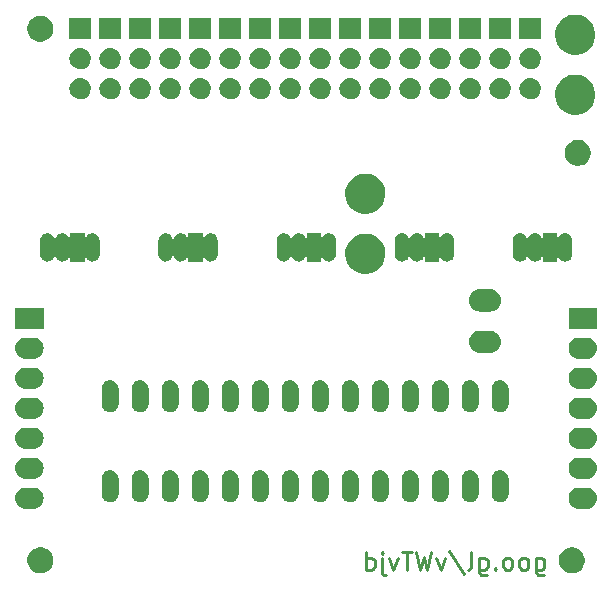
<source format=gbr>
G04 #@! TF.FileFunction,Soldermask,Bot*
%FSLAX46Y46*%
G04 Gerber Fmt 4.6, Leading zero omitted, Abs format (unit mm)*
G04 Created by KiCad (PCBNEW (2015-01-16 BZR 5376)-product) date 29.3.2015 17:27:47*
%MOMM*%
G01*
G04 APERTURE LIST*
%ADD10C,0.100000*%
%ADD11C,0.250000*%
G04 APERTURE END LIST*
D10*
D11*
X249457143Y-111278571D02*
X249457143Y-112492857D01*
X249528572Y-112635714D01*
X249600000Y-112707143D01*
X249742857Y-112778571D01*
X249957143Y-112778571D01*
X250100000Y-112707143D01*
X249457143Y-112207143D02*
X249600000Y-112278571D01*
X249885714Y-112278571D01*
X250028572Y-112207143D01*
X250100000Y-112135714D01*
X250171429Y-111992857D01*
X250171429Y-111564286D01*
X250100000Y-111421429D01*
X250028572Y-111350000D01*
X249885714Y-111278571D01*
X249600000Y-111278571D01*
X249457143Y-111350000D01*
X248528571Y-112278571D02*
X248671429Y-112207143D01*
X248742857Y-112135714D01*
X248814286Y-111992857D01*
X248814286Y-111564286D01*
X248742857Y-111421429D01*
X248671429Y-111350000D01*
X248528571Y-111278571D01*
X248314286Y-111278571D01*
X248171429Y-111350000D01*
X248100000Y-111421429D01*
X248028571Y-111564286D01*
X248028571Y-111992857D01*
X248100000Y-112135714D01*
X248171429Y-112207143D01*
X248314286Y-112278571D01*
X248528571Y-112278571D01*
X247171428Y-112278571D02*
X247314286Y-112207143D01*
X247385714Y-112135714D01*
X247457143Y-111992857D01*
X247457143Y-111564286D01*
X247385714Y-111421429D01*
X247314286Y-111350000D01*
X247171428Y-111278571D01*
X246957143Y-111278571D01*
X246814286Y-111350000D01*
X246742857Y-111421429D01*
X246671428Y-111564286D01*
X246671428Y-111992857D01*
X246742857Y-112135714D01*
X246814286Y-112207143D01*
X246957143Y-112278571D01*
X247171428Y-112278571D01*
X246028571Y-112135714D02*
X245957143Y-112207143D01*
X246028571Y-112278571D01*
X246100000Y-112207143D01*
X246028571Y-112135714D01*
X246028571Y-112278571D01*
X244671428Y-111278571D02*
X244671428Y-112492857D01*
X244742857Y-112635714D01*
X244814285Y-112707143D01*
X244957142Y-112778571D01*
X245171428Y-112778571D01*
X245314285Y-112707143D01*
X244671428Y-112207143D02*
X244814285Y-112278571D01*
X245099999Y-112278571D01*
X245242857Y-112207143D01*
X245314285Y-112135714D01*
X245385714Y-111992857D01*
X245385714Y-111564286D01*
X245314285Y-111421429D01*
X245242857Y-111350000D01*
X245099999Y-111278571D01*
X244814285Y-111278571D01*
X244671428Y-111350000D01*
X243742856Y-112278571D02*
X243885714Y-112207143D01*
X243957142Y-112064286D01*
X243957142Y-110778571D01*
X242100000Y-110707143D02*
X243385714Y-112635714D01*
X241742856Y-111278571D02*
X241385713Y-112278571D01*
X241028571Y-111278571D01*
X240599999Y-110778571D02*
X240242856Y-112278571D01*
X239957142Y-111207143D01*
X239671428Y-112278571D01*
X239314285Y-110778571D01*
X238957142Y-110778571D02*
X238099999Y-110778571D01*
X238528570Y-112278571D02*
X238528570Y-110778571D01*
X237742856Y-111278571D02*
X237385713Y-112278571D01*
X237028571Y-111278571D01*
X236457142Y-111278571D02*
X236457142Y-112564286D01*
X236528571Y-112707143D01*
X236671428Y-112778571D01*
X236742856Y-112778571D01*
X236457142Y-110778571D02*
X236528571Y-110850000D01*
X236457142Y-110921429D01*
X236385714Y-110850000D01*
X236457142Y-110778571D01*
X236457142Y-110921429D01*
X235099999Y-112278571D02*
X235099999Y-110778571D01*
X235099999Y-112207143D02*
X235242856Y-112278571D01*
X235528570Y-112278571D01*
X235671428Y-112207143D01*
X235742856Y-112135714D01*
X235814285Y-111992857D01*
X235814285Y-111564286D01*
X235742856Y-111421429D01*
X235671428Y-111350000D01*
X235528570Y-111278571D01*
X235242856Y-111278571D01*
X235099999Y-111350000D01*
D10*
G36*
X207770000Y-91900000D02*
X205370000Y-91900000D01*
X205370000Y-90100000D01*
X207770000Y-90100000D01*
X207770000Y-91900000D01*
X207770000Y-91900000D01*
G37*
G36*
X207775787Y-93546280D02*
X207757430Y-93720922D01*
X207757428Y-93720926D01*
X207757424Y-93720970D01*
X207705483Y-93888764D01*
X207621940Y-94043274D01*
X207509977Y-94178614D01*
X207373858Y-94289629D01*
X207218769Y-94372091D01*
X207050617Y-94422860D01*
X206875806Y-94440000D01*
X206873606Y-94440000D01*
X206264194Y-94440000D01*
X206264160Y-94440000D01*
X206258090Y-94439957D01*
X206253652Y-94439926D01*
X206251628Y-94439912D01*
X206077073Y-94420333D01*
X205909646Y-94367222D01*
X205755724Y-94282602D01*
X205621169Y-94169697D01*
X205511106Y-94032807D01*
X205429729Y-93877146D01*
X205380135Y-93708643D01*
X205380131Y-93708609D01*
X205380128Y-93708596D01*
X205364213Y-93533720D01*
X205382570Y-93359078D01*
X205382571Y-93359073D01*
X205382576Y-93359030D01*
X205434517Y-93191236D01*
X205518060Y-93036726D01*
X205630023Y-92901386D01*
X205766142Y-92790371D01*
X205921231Y-92707909D01*
X206089383Y-92657140D01*
X206264194Y-92640000D01*
X206266394Y-92640000D01*
X206875806Y-92640000D01*
X206875840Y-92640000D01*
X206881909Y-92640042D01*
X206888372Y-92640088D01*
X207062927Y-92659667D01*
X207230354Y-92712778D01*
X207384276Y-92797398D01*
X207518831Y-92910303D01*
X207628894Y-93047193D01*
X207710271Y-93202854D01*
X207759865Y-93371357D01*
X207759868Y-93371390D01*
X207759872Y-93371404D01*
X207775787Y-93546280D01*
X207775787Y-93546280D01*
G37*
G36*
X207775787Y-96086280D02*
X207757430Y-96260922D01*
X207757428Y-96260926D01*
X207757424Y-96260970D01*
X207705483Y-96428764D01*
X207621940Y-96583274D01*
X207509977Y-96718614D01*
X207373858Y-96829629D01*
X207218769Y-96912091D01*
X207050617Y-96962860D01*
X206875806Y-96980000D01*
X206873606Y-96980000D01*
X206264194Y-96980000D01*
X206264160Y-96980000D01*
X206258090Y-96979957D01*
X206253652Y-96979926D01*
X206251628Y-96979912D01*
X206077073Y-96960333D01*
X205909646Y-96907222D01*
X205755724Y-96822602D01*
X205621169Y-96709697D01*
X205511106Y-96572807D01*
X205429729Y-96417146D01*
X205380135Y-96248643D01*
X205380131Y-96248609D01*
X205380128Y-96248596D01*
X205364213Y-96073720D01*
X205382570Y-95899078D01*
X205382571Y-95899073D01*
X205382576Y-95899030D01*
X205434517Y-95731236D01*
X205518060Y-95576726D01*
X205630023Y-95441386D01*
X205766142Y-95330371D01*
X205921231Y-95247909D01*
X206089383Y-95197140D01*
X206264194Y-95180000D01*
X206266394Y-95180000D01*
X206875806Y-95180000D01*
X206875840Y-95180000D01*
X206881909Y-95180042D01*
X206888372Y-95180088D01*
X207062927Y-95199667D01*
X207230354Y-95252778D01*
X207384276Y-95337398D01*
X207518831Y-95450303D01*
X207628894Y-95587193D01*
X207710271Y-95742854D01*
X207759865Y-95911357D01*
X207759868Y-95911390D01*
X207759872Y-95911404D01*
X207775787Y-96086280D01*
X207775787Y-96086280D01*
G37*
G36*
X207775787Y-98626280D02*
X207757430Y-98800922D01*
X207757428Y-98800926D01*
X207757424Y-98800970D01*
X207705483Y-98968764D01*
X207621940Y-99123274D01*
X207509977Y-99258614D01*
X207373858Y-99369629D01*
X207218769Y-99452091D01*
X207050617Y-99502860D01*
X206875806Y-99520000D01*
X206873606Y-99520000D01*
X206264194Y-99520000D01*
X206264160Y-99520000D01*
X206258090Y-99519957D01*
X206253652Y-99519926D01*
X206251628Y-99519912D01*
X206077073Y-99500333D01*
X205909646Y-99447222D01*
X205755724Y-99362602D01*
X205621169Y-99249697D01*
X205511106Y-99112807D01*
X205429729Y-98957146D01*
X205380135Y-98788643D01*
X205380131Y-98788609D01*
X205380128Y-98788596D01*
X205364213Y-98613720D01*
X205382570Y-98439078D01*
X205382571Y-98439073D01*
X205382576Y-98439030D01*
X205434517Y-98271236D01*
X205518060Y-98116726D01*
X205630023Y-97981386D01*
X205766142Y-97870371D01*
X205921231Y-97787909D01*
X206089383Y-97737140D01*
X206264194Y-97720000D01*
X206266394Y-97720000D01*
X206875806Y-97720000D01*
X206875840Y-97720000D01*
X206881909Y-97720042D01*
X206888372Y-97720088D01*
X207062927Y-97739667D01*
X207230354Y-97792778D01*
X207384276Y-97877398D01*
X207518831Y-97990303D01*
X207628894Y-98127193D01*
X207710271Y-98282854D01*
X207759865Y-98451357D01*
X207759868Y-98451390D01*
X207759872Y-98451404D01*
X207775787Y-98626280D01*
X207775787Y-98626280D01*
G37*
G36*
X207775787Y-101166280D02*
X207757430Y-101340922D01*
X207757428Y-101340926D01*
X207757424Y-101340970D01*
X207705483Y-101508764D01*
X207621940Y-101663274D01*
X207509977Y-101798614D01*
X207373858Y-101909629D01*
X207218769Y-101992091D01*
X207050617Y-102042860D01*
X206875806Y-102060000D01*
X206873606Y-102060000D01*
X206264194Y-102060000D01*
X206264160Y-102060000D01*
X206258090Y-102059957D01*
X206253652Y-102059926D01*
X206251628Y-102059912D01*
X206077073Y-102040333D01*
X205909646Y-101987222D01*
X205755724Y-101902602D01*
X205621169Y-101789697D01*
X205511106Y-101652807D01*
X205429729Y-101497146D01*
X205380135Y-101328643D01*
X205380131Y-101328609D01*
X205380128Y-101328596D01*
X205364213Y-101153720D01*
X205382570Y-100979078D01*
X205382571Y-100979073D01*
X205382576Y-100979030D01*
X205434517Y-100811236D01*
X205518060Y-100656726D01*
X205630023Y-100521386D01*
X205766142Y-100410371D01*
X205921231Y-100327909D01*
X206089383Y-100277140D01*
X206264194Y-100260000D01*
X206266394Y-100260000D01*
X206875806Y-100260000D01*
X206875840Y-100260000D01*
X206881909Y-100260042D01*
X206888372Y-100260088D01*
X207062927Y-100279667D01*
X207230354Y-100332778D01*
X207384276Y-100417398D01*
X207518831Y-100530303D01*
X207628894Y-100667193D01*
X207710271Y-100822854D01*
X207759865Y-100991357D01*
X207759868Y-100991390D01*
X207759872Y-100991404D01*
X207775787Y-101166280D01*
X207775787Y-101166280D01*
G37*
G36*
X207775787Y-103706280D02*
X207757430Y-103880922D01*
X207757428Y-103880926D01*
X207757424Y-103880970D01*
X207705483Y-104048764D01*
X207621940Y-104203274D01*
X207509977Y-104338614D01*
X207373858Y-104449629D01*
X207218769Y-104532091D01*
X207050617Y-104582860D01*
X206875806Y-104600000D01*
X206873606Y-104600000D01*
X206264194Y-104600000D01*
X206264160Y-104600000D01*
X206258090Y-104599957D01*
X206253652Y-104599926D01*
X206251628Y-104599912D01*
X206077073Y-104580333D01*
X205909646Y-104527222D01*
X205755724Y-104442602D01*
X205621169Y-104329697D01*
X205511106Y-104192807D01*
X205429729Y-104037146D01*
X205380135Y-103868643D01*
X205380131Y-103868609D01*
X205380128Y-103868596D01*
X205364213Y-103693720D01*
X205382570Y-103519078D01*
X205382571Y-103519073D01*
X205382576Y-103519030D01*
X205434517Y-103351236D01*
X205518060Y-103196726D01*
X205630023Y-103061386D01*
X205766142Y-102950371D01*
X205921231Y-102867909D01*
X206089383Y-102817140D01*
X206264194Y-102800000D01*
X206266394Y-102800000D01*
X206875806Y-102800000D01*
X206875840Y-102800000D01*
X206881909Y-102800042D01*
X206888372Y-102800088D01*
X207062927Y-102819667D01*
X207230354Y-102872778D01*
X207384276Y-102957398D01*
X207518831Y-103070303D01*
X207628894Y-103207193D01*
X207710271Y-103362854D01*
X207759865Y-103531357D01*
X207759868Y-103531390D01*
X207759872Y-103531404D01*
X207775787Y-103706280D01*
X207775787Y-103706280D01*
G37*
G36*
X207775787Y-106246280D02*
X207757430Y-106420922D01*
X207757428Y-106420926D01*
X207757424Y-106420970D01*
X207705483Y-106588764D01*
X207621940Y-106743274D01*
X207509977Y-106878614D01*
X207373858Y-106989629D01*
X207218769Y-107072091D01*
X207050617Y-107122860D01*
X206875806Y-107140000D01*
X206873606Y-107140000D01*
X206264194Y-107140000D01*
X206264160Y-107140000D01*
X206258090Y-107139957D01*
X206253652Y-107139926D01*
X206251628Y-107139912D01*
X206077073Y-107120333D01*
X205909646Y-107067222D01*
X205755724Y-106982602D01*
X205621169Y-106869697D01*
X205511106Y-106732807D01*
X205429729Y-106577146D01*
X205380135Y-106408643D01*
X205380131Y-106408609D01*
X205380128Y-106408596D01*
X205364213Y-106233720D01*
X205382570Y-106059078D01*
X205382571Y-106059073D01*
X205382576Y-106059030D01*
X205434517Y-105891236D01*
X205518060Y-105736726D01*
X205630023Y-105601386D01*
X205766142Y-105490371D01*
X205921231Y-105407909D01*
X206089383Y-105357140D01*
X206264194Y-105340000D01*
X206266394Y-105340000D01*
X206875806Y-105340000D01*
X206875840Y-105340000D01*
X206881909Y-105340042D01*
X206888372Y-105340088D01*
X207062927Y-105359667D01*
X207230354Y-105412778D01*
X207384276Y-105497398D01*
X207518831Y-105610303D01*
X207628894Y-105747193D01*
X207710271Y-105902854D01*
X207759865Y-106071357D01*
X207759868Y-106071390D01*
X207759872Y-106071404D01*
X207775787Y-106246280D01*
X207775787Y-106246280D01*
G37*
G36*
X208600047Y-66392139D02*
X208596606Y-66638534D01*
X208596530Y-66638867D01*
X208596530Y-66638880D01*
X208548817Y-66848893D01*
X208461074Y-67045965D01*
X208336726Y-67222240D01*
X208180502Y-67371010D01*
X207998367Y-67486596D01*
X207797243Y-67564608D01*
X207584802Y-67602066D01*
X207369128Y-67597549D01*
X207158434Y-67551225D01*
X206960756Y-67464861D01*
X206783618Y-67341747D01*
X206633763Y-67186567D01*
X206516907Y-67005244D01*
X206437495Y-66804671D01*
X206398552Y-66592488D01*
X206401565Y-66376789D01*
X206446414Y-66165786D01*
X206531398Y-65967506D01*
X206653273Y-65789512D01*
X206807401Y-65638577D01*
X206987908Y-65520457D01*
X207187921Y-65439646D01*
X207399818Y-65399225D01*
X207615537Y-65400731D01*
X207826855Y-65444109D01*
X208025717Y-65527703D01*
X208204559Y-65648333D01*
X208356568Y-65801407D01*
X208475942Y-65981081D01*
X208558148Y-66180524D01*
X208599981Y-66391796D01*
X208599980Y-66391805D01*
X208600047Y-66392139D01*
X208600047Y-66392139D01*
G37*
G36*
X208600047Y-111392139D02*
X208596606Y-111638534D01*
X208596530Y-111638867D01*
X208596530Y-111638880D01*
X208548817Y-111848893D01*
X208461074Y-112045965D01*
X208336726Y-112222240D01*
X208180502Y-112371010D01*
X207998367Y-112486596D01*
X207797243Y-112564608D01*
X207584802Y-112602066D01*
X207369128Y-112597549D01*
X207158434Y-112551225D01*
X206960756Y-112464861D01*
X206783618Y-112341747D01*
X206633763Y-112186567D01*
X206516907Y-112005244D01*
X206437495Y-111804671D01*
X206398552Y-111592488D01*
X206401565Y-111376789D01*
X206446414Y-111165786D01*
X206531398Y-110967506D01*
X206653273Y-110789512D01*
X206807401Y-110638577D01*
X206987908Y-110520457D01*
X207187921Y-110439646D01*
X207399818Y-110399225D01*
X207615537Y-110400731D01*
X207826855Y-110444109D01*
X208025717Y-110527703D01*
X208204559Y-110648333D01*
X208356568Y-110801407D01*
X208475942Y-110981081D01*
X208558148Y-111180524D01*
X208599981Y-111391796D01*
X208599980Y-111391805D01*
X208600047Y-111392139D01*
X208600047Y-111392139D01*
G37*
G36*
X211760000Y-67380000D02*
X209960000Y-67380000D01*
X209960000Y-65580000D01*
X211760000Y-65580000D01*
X211760000Y-67380000D01*
X211760000Y-67380000D01*
G37*
G36*
X211760000Y-69024389D02*
X211759957Y-69030458D01*
X211759926Y-69034897D01*
X211759912Y-69036921D01*
X211740333Y-69211476D01*
X211687222Y-69378903D01*
X211602602Y-69532825D01*
X211489697Y-69667380D01*
X211352807Y-69777443D01*
X211197146Y-69858820D01*
X211028643Y-69908414D01*
X211028609Y-69908417D01*
X211028596Y-69908421D01*
X210853720Y-69924336D01*
X210679078Y-69905979D01*
X210679073Y-69905977D01*
X210679030Y-69905973D01*
X210511236Y-69854032D01*
X210356726Y-69770489D01*
X210221386Y-69658526D01*
X210110371Y-69522407D01*
X210027909Y-69367318D01*
X209977140Y-69199166D01*
X209960000Y-69024355D01*
X209960000Y-69022155D01*
X209960000Y-69015645D01*
X209960000Y-69015611D01*
X209960042Y-69009541D01*
X209960088Y-69003079D01*
X209979667Y-68828524D01*
X210032778Y-68661097D01*
X210117398Y-68507175D01*
X210230303Y-68372620D01*
X210367193Y-68262557D01*
X210522854Y-68181180D01*
X210691357Y-68131586D01*
X210691390Y-68131582D01*
X210691404Y-68131579D01*
X210866280Y-68115664D01*
X211040922Y-68134021D01*
X211040926Y-68134022D01*
X211040970Y-68134027D01*
X211208764Y-68185968D01*
X211363274Y-68269511D01*
X211498614Y-68381474D01*
X211609629Y-68517593D01*
X211692091Y-68672682D01*
X211742860Y-68840834D01*
X211760000Y-69015645D01*
X211760000Y-69017845D01*
X211760000Y-69024355D01*
X211760000Y-69024389D01*
X211760000Y-69024389D01*
G37*
G36*
X211760000Y-71564389D02*
X211759957Y-71570458D01*
X211759926Y-71574897D01*
X211759912Y-71576921D01*
X211740333Y-71751476D01*
X211687222Y-71918903D01*
X211602602Y-72072825D01*
X211489697Y-72207380D01*
X211352807Y-72317443D01*
X211197146Y-72398820D01*
X211028643Y-72448414D01*
X211028609Y-72448417D01*
X211028596Y-72448421D01*
X210853720Y-72464336D01*
X210679078Y-72445979D01*
X210679073Y-72445977D01*
X210679030Y-72445973D01*
X210511236Y-72394032D01*
X210356726Y-72310489D01*
X210221386Y-72198526D01*
X210110371Y-72062407D01*
X210027909Y-71907318D01*
X209977140Y-71739166D01*
X209960000Y-71564355D01*
X209960000Y-71562155D01*
X209960000Y-71555645D01*
X209960000Y-71555611D01*
X209960042Y-71549541D01*
X209960088Y-71543079D01*
X209979667Y-71368524D01*
X210032778Y-71201097D01*
X210117398Y-71047175D01*
X210230303Y-70912620D01*
X210367193Y-70802557D01*
X210522854Y-70721180D01*
X210691357Y-70671586D01*
X210691390Y-70671582D01*
X210691404Y-70671579D01*
X210866280Y-70655664D01*
X211040922Y-70674021D01*
X211040926Y-70674022D01*
X211040970Y-70674027D01*
X211208764Y-70725968D01*
X211363274Y-70809511D01*
X211498614Y-70921474D01*
X211609629Y-71057593D01*
X211692091Y-71212682D01*
X211742860Y-71380834D01*
X211760000Y-71555645D01*
X211760000Y-71557845D01*
X211760000Y-71564355D01*
X211760000Y-71564389D01*
X211760000Y-71564389D01*
G37*
G36*
X212505000Y-85605845D02*
X212504957Y-85612007D01*
X212504956Y-85612160D01*
X212504942Y-85614183D01*
X212491889Y-85730553D01*
X212456481Y-85842171D01*
X212400068Y-85944786D01*
X212324798Y-86034490D01*
X212233538Y-86107865D01*
X212129764Y-86162116D01*
X212017429Y-86195178D01*
X212017398Y-86195180D01*
X212017381Y-86195186D01*
X211900813Y-86205794D01*
X211784403Y-86193559D01*
X211784389Y-86193554D01*
X211784353Y-86193551D01*
X211672491Y-86158924D01*
X211569484Y-86103229D01*
X211479258Y-86028587D01*
X211405247Y-85937841D01*
X211350272Y-85834448D01*
X211332463Y-85775462D01*
X211323469Y-85758724D01*
X211308008Y-85746271D01*
X211288919Y-85740817D01*
X211269212Y-85743221D01*
X211251995Y-85753104D01*
X211239981Y-85768909D01*
X211235000Y-85790663D01*
X211235000Y-86200000D01*
X210035000Y-86200000D01*
X210035000Y-85790985D01*
X210031059Y-85771528D01*
X210019856Y-85755138D01*
X210003159Y-85744399D01*
X209983598Y-85741005D01*
X209964259Y-85745490D01*
X209948189Y-85757147D01*
X209937725Y-85775202D01*
X209916481Y-85842171D01*
X209860068Y-85944786D01*
X209784798Y-86034490D01*
X209693538Y-86107865D01*
X209589764Y-86162116D01*
X209477429Y-86195178D01*
X209477398Y-86195180D01*
X209477381Y-86195186D01*
X209360813Y-86205794D01*
X209244403Y-86193559D01*
X209244389Y-86193554D01*
X209244353Y-86193551D01*
X209132491Y-86158924D01*
X209029484Y-86103229D01*
X208939258Y-86028587D01*
X208865247Y-85937841D01*
X208810272Y-85834448D01*
X208777884Y-85727175D01*
X208768889Y-85710434D01*
X208753427Y-85697982D01*
X208734339Y-85692528D01*
X208714632Y-85694932D01*
X208697415Y-85704816D01*
X208682760Y-85727256D01*
X208681984Y-85729700D01*
X208681889Y-85730553D01*
X208646481Y-85842171D01*
X208590068Y-85944786D01*
X208514798Y-86034490D01*
X208423538Y-86107865D01*
X208319764Y-86162116D01*
X208207429Y-86195178D01*
X208207398Y-86195180D01*
X208207381Y-86195186D01*
X208090813Y-86205794D01*
X207974403Y-86193559D01*
X207974389Y-86193554D01*
X207974353Y-86193551D01*
X207862491Y-86158924D01*
X207759484Y-86103229D01*
X207669258Y-86028587D01*
X207595247Y-85937841D01*
X207540272Y-85834448D01*
X207506427Y-85722347D01*
X207495000Y-85605806D01*
X207495000Y-85603607D01*
X207495000Y-84394194D01*
X207495000Y-84394155D01*
X207495042Y-84387992D01*
X207495058Y-84385817D01*
X207508111Y-84269447D01*
X207543519Y-84157829D01*
X207599932Y-84055214D01*
X207675202Y-83965510D01*
X207766462Y-83892135D01*
X207870236Y-83837884D01*
X207982571Y-83804822D01*
X207982601Y-83804819D01*
X207982619Y-83804814D01*
X208099187Y-83794206D01*
X208215597Y-83806441D01*
X208215610Y-83806445D01*
X208215647Y-83806449D01*
X208327509Y-83841076D01*
X208430516Y-83896771D01*
X208520742Y-83971413D01*
X208594753Y-84062159D01*
X208649728Y-84165552D01*
X208682115Y-84272824D01*
X208691110Y-84289564D01*
X208706571Y-84302017D01*
X208725660Y-84307471D01*
X208745367Y-84305067D01*
X208762584Y-84295184D01*
X208777238Y-84272744D01*
X208778016Y-84270290D01*
X208778111Y-84269447D01*
X208813519Y-84157829D01*
X208869932Y-84055214D01*
X208945202Y-83965510D01*
X209036462Y-83892135D01*
X209140236Y-83837884D01*
X209252571Y-83804822D01*
X209252601Y-83804819D01*
X209252619Y-83804814D01*
X209369187Y-83794206D01*
X209485597Y-83806441D01*
X209485610Y-83806445D01*
X209485647Y-83806449D01*
X209597509Y-83841076D01*
X209700516Y-83896771D01*
X209790742Y-83971413D01*
X209864753Y-84062159D01*
X209919728Y-84165552D01*
X209937536Y-84224536D01*
X209946531Y-84241275D01*
X209961993Y-84253728D01*
X209981081Y-84259182D01*
X210000788Y-84256778D01*
X210018005Y-84246895D01*
X210030020Y-84231090D01*
X210035000Y-84209336D01*
X210035000Y-83800000D01*
X211235000Y-83800000D01*
X211235000Y-84209014D01*
X211238941Y-84228471D01*
X211250144Y-84244861D01*
X211266841Y-84255600D01*
X211286402Y-84258994D01*
X211305741Y-84254509D01*
X211321811Y-84242852D01*
X211332274Y-84224797D01*
X211353519Y-84157829D01*
X211409932Y-84055214D01*
X211485202Y-83965510D01*
X211576462Y-83892135D01*
X211680236Y-83837884D01*
X211792571Y-83804822D01*
X211792601Y-83804819D01*
X211792619Y-83804814D01*
X211909187Y-83794206D01*
X212025597Y-83806441D01*
X212025610Y-83806445D01*
X212025647Y-83806449D01*
X212137509Y-83841076D01*
X212240516Y-83896771D01*
X212330742Y-83971413D01*
X212404753Y-84062159D01*
X212459728Y-84165552D01*
X212493573Y-84277653D01*
X212505000Y-84394194D01*
X212505000Y-84396393D01*
X212505000Y-85605806D01*
X212505000Y-85605845D01*
X212505000Y-85605845D01*
G37*
G36*
X214125000Y-98226565D02*
X214124969Y-98230934D01*
X214124943Y-98234631D01*
X214124929Y-98236655D01*
X214109157Y-98377268D01*
X214066373Y-98512140D01*
X213998207Y-98636133D01*
X213907256Y-98744525D01*
X213796983Y-98833186D01*
X213671590Y-98898740D01*
X213535851Y-98938690D01*
X213535822Y-98938692D01*
X213535804Y-98938698D01*
X213394941Y-98951517D01*
X213254268Y-98936732D01*
X213254254Y-98936727D01*
X213254219Y-98936724D01*
X213119051Y-98894883D01*
X212994585Y-98827584D01*
X212885561Y-98737392D01*
X212796132Y-98627741D01*
X212729704Y-98502808D01*
X212688808Y-98367352D01*
X212675000Y-98226532D01*
X212675000Y-98224332D01*
X212675000Y-96963468D01*
X212675000Y-96963435D01*
X212675030Y-96959065D01*
X212675071Y-96953345D01*
X212690843Y-96812732D01*
X212733627Y-96677860D01*
X212801793Y-96553867D01*
X212892744Y-96445475D01*
X213003017Y-96356814D01*
X213128410Y-96291260D01*
X213264149Y-96251310D01*
X213264177Y-96251307D01*
X213264196Y-96251302D01*
X213405059Y-96238483D01*
X213545732Y-96253268D01*
X213545745Y-96253272D01*
X213545781Y-96253276D01*
X213680949Y-96295117D01*
X213805415Y-96362416D01*
X213914439Y-96452608D01*
X214003868Y-96562259D01*
X214070296Y-96687192D01*
X214111192Y-96822648D01*
X214125000Y-96963468D01*
X214125000Y-96965668D01*
X214125000Y-98226532D01*
X214125000Y-98226565D01*
X214125000Y-98226565D01*
G37*
G36*
X214125000Y-105846565D02*
X214124969Y-105850934D01*
X214124943Y-105854631D01*
X214124929Y-105856655D01*
X214109157Y-105997268D01*
X214066373Y-106132140D01*
X213998207Y-106256133D01*
X213907256Y-106364525D01*
X213796983Y-106453186D01*
X213671590Y-106518740D01*
X213535851Y-106558690D01*
X213535822Y-106558692D01*
X213535804Y-106558698D01*
X213394941Y-106571517D01*
X213254268Y-106556732D01*
X213254254Y-106556727D01*
X213254219Y-106556724D01*
X213119051Y-106514883D01*
X212994585Y-106447584D01*
X212885561Y-106357392D01*
X212796132Y-106247741D01*
X212729704Y-106122808D01*
X212688808Y-105987352D01*
X212675000Y-105846532D01*
X212675000Y-105844332D01*
X212675000Y-104583468D01*
X212675000Y-104583435D01*
X212675030Y-104579065D01*
X212675071Y-104573345D01*
X212690843Y-104432732D01*
X212733627Y-104297860D01*
X212801793Y-104173867D01*
X212892744Y-104065475D01*
X213003017Y-103976814D01*
X213128410Y-103911260D01*
X213264149Y-103871310D01*
X213264177Y-103871307D01*
X213264196Y-103871302D01*
X213405059Y-103858483D01*
X213545732Y-103873268D01*
X213545745Y-103873272D01*
X213545781Y-103873276D01*
X213680949Y-103915117D01*
X213805415Y-103982416D01*
X213914439Y-104072608D01*
X214003868Y-104182259D01*
X214070296Y-104307192D01*
X214111192Y-104442648D01*
X214125000Y-104583468D01*
X214125000Y-104585668D01*
X214125000Y-105846532D01*
X214125000Y-105846565D01*
X214125000Y-105846565D01*
G37*
G36*
X214300000Y-67380000D02*
X212500000Y-67380000D01*
X212500000Y-65580000D01*
X214300000Y-65580000D01*
X214300000Y-67380000D01*
X214300000Y-67380000D01*
G37*
G36*
X214300000Y-69024389D02*
X214299957Y-69030458D01*
X214299926Y-69034897D01*
X214299912Y-69036921D01*
X214280333Y-69211476D01*
X214227222Y-69378903D01*
X214142602Y-69532825D01*
X214029697Y-69667380D01*
X213892807Y-69777443D01*
X213737146Y-69858820D01*
X213568643Y-69908414D01*
X213568609Y-69908417D01*
X213568596Y-69908421D01*
X213393720Y-69924336D01*
X213219078Y-69905979D01*
X213219073Y-69905977D01*
X213219030Y-69905973D01*
X213051236Y-69854032D01*
X212896726Y-69770489D01*
X212761386Y-69658526D01*
X212650371Y-69522407D01*
X212567909Y-69367318D01*
X212517140Y-69199166D01*
X212500000Y-69024355D01*
X212500000Y-69022155D01*
X212500000Y-69015645D01*
X212500000Y-69015611D01*
X212500042Y-69009541D01*
X212500088Y-69003079D01*
X212519667Y-68828524D01*
X212572778Y-68661097D01*
X212657398Y-68507175D01*
X212770303Y-68372620D01*
X212907193Y-68262557D01*
X213062854Y-68181180D01*
X213231357Y-68131586D01*
X213231390Y-68131582D01*
X213231404Y-68131579D01*
X213406280Y-68115664D01*
X213580922Y-68134021D01*
X213580926Y-68134022D01*
X213580970Y-68134027D01*
X213748764Y-68185968D01*
X213903274Y-68269511D01*
X214038614Y-68381474D01*
X214149629Y-68517593D01*
X214232091Y-68672682D01*
X214282860Y-68840834D01*
X214300000Y-69015645D01*
X214300000Y-69017845D01*
X214300000Y-69024355D01*
X214300000Y-69024389D01*
X214300000Y-69024389D01*
G37*
G36*
X214300000Y-71564389D02*
X214299957Y-71570458D01*
X214299926Y-71574897D01*
X214299912Y-71576921D01*
X214280333Y-71751476D01*
X214227222Y-71918903D01*
X214142602Y-72072825D01*
X214029697Y-72207380D01*
X213892807Y-72317443D01*
X213737146Y-72398820D01*
X213568643Y-72448414D01*
X213568609Y-72448417D01*
X213568596Y-72448421D01*
X213393720Y-72464336D01*
X213219078Y-72445979D01*
X213219073Y-72445977D01*
X213219030Y-72445973D01*
X213051236Y-72394032D01*
X212896726Y-72310489D01*
X212761386Y-72198526D01*
X212650371Y-72062407D01*
X212567909Y-71907318D01*
X212517140Y-71739166D01*
X212500000Y-71564355D01*
X212500000Y-71562155D01*
X212500000Y-71555645D01*
X212500000Y-71555611D01*
X212500042Y-71549541D01*
X212500088Y-71543079D01*
X212519667Y-71368524D01*
X212572778Y-71201097D01*
X212657398Y-71047175D01*
X212770303Y-70912620D01*
X212907193Y-70802557D01*
X213062854Y-70721180D01*
X213231357Y-70671586D01*
X213231390Y-70671582D01*
X213231404Y-70671579D01*
X213406280Y-70655664D01*
X213580922Y-70674021D01*
X213580926Y-70674022D01*
X213580970Y-70674027D01*
X213748764Y-70725968D01*
X213903274Y-70809511D01*
X214038614Y-70921474D01*
X214149629Y-71057593D01*
X214232091Y-71212682D01*
X214282860Y-71380834D01*
X214300000Y-71555645D01*
X214300000Y-71557845D01*
X214300000Y-71564355D01*
X214300000Y-71564389D01*
X214300000Y-71564389D01*
G37*
G36*
X216665000Y-98226565D02*
X216664969Y-98230934D01*
X216664943Y-98234631D01*
X216664929Y-98236655D01*
X216649157Y-98377268D01*
X216606373Y-98512140D01*
X216538207Y-98636133D01*
X216447256Y-98744525D01*
X216336983Y-98833186D01*
X216211590Y-98898740D01*
X216075851Y-98938690D01*
X216075822Y-98938692D01*
X216075804Y-98938698D01*
X215934941Y-98951517D01*
X215794268Y-98936732D01*
X215794254Y-98936727D01*
X215794219Y-98936724D01*
X215659051Y-98894883D01*
X215534585Y-98827584D01*
X215425561Y-98737392D01*
X215336132Y-98627741D01*
X215269704Y-98502808D01*
X215228808Y-98367352D01*
X215215000Y-98226532D01*
X215215000Y-98224332D01*
X215215000Y-96963468D01*
X215215000Y-96963435D01*
X215215030Y-96959065D01*
X215215071Y-96953345D01*
X215230843Y-96812732D01*
X215273627Y-96677860D01*
X215341793Y-96553867D01*
X215432744Y-96445475D01*
X215543017Y-96356814D01*
X215668410Y-96291260D01*
X215804149Y-96251310D01*
X215804177Y-96251307D01*
X215804196Y-96251302D01*
X215945059Y-96238483D01*
X216085732Y-96253268D01*
X216085745Y-96253272D01*
X216085781Y-96253276D01*
X216220949Y-96295117D01*
X216345415Y-96362416D01*
X216454439Y-96452608D01*
X216543868Y-96562259D01*
X216610296Y-96687192D01*
X216651192Y-96822648D01*
X216665000Y-96963468D01*
X216665000Y-96965668D01*
X216665000Y-98226532D01*
X216665000Y-98226565D01*
X216665000Y-98226565D01*
G37*
G36*
X216665000Y-105846565D02*
X216664969Y-105850934D01*
X216664943Y-105854631D01*
X216664929Y-105856655D01*
X216649157Y-105997268D01*
X216606373Y-106132140D01*
X216538207Y-106256133D01*
X216447256Y-106364525D01*
X216336983Y-106453186D01*
X216211590Y-106518740D01*
X216075851Y-106558690D01*
X216075822Y-106558692D01*
X216075804Y-106558698D01*
X215934941Y-106571517D01*
X215794268Y-106556732D01*
X215794254Y-106556727D01*
X215794219Y-106556724D01*
X215659051Y-106514883D01*
X215534585Y-106447584D01*
X215425561Y-106357392D01*
X215336132Y-106247741D01*
X215269704Y-106122808D01*
X215228808Y-105987352D01*
X215215000Y-105846532D01*
X215215000Y-105844332D01*
X215215000Y-104583468D01*
X215215000Y-104583435D01*
X215215030Y-104579065D01*
X215215071Y-104573345D01*
X215230843Y-104432732D01*
X215273627Y-104297860D01*
X215341793Y-104173867D01*
X215432744Y-104065475D01*
X215543017Y-103976814D01*
X215668410Y-103911260D01*
X215804149Y-103871310D01*
X215804177Y-103871307D01*
X215804196Y-103871302D01*
X215945059Y-103858483D01*
X216085732Y-103873268D01*
X216085745Y-103873272D01*
X216085781Y-103873276D01*
X216220949Y-103915117D01*
X216345415Y-103982416D01*
X216454439Y-104072608D01*
X216543868Y-104182259D01*
X216610296Y-104307192D01*
X216651192Y-104442648D01*
X216665000Y-104583468D01*
X216665000Y-104585668D01*
X216665000Y-105846532D01*
X216665000Y-105846565D01*
X216665000Y-105846565D01*
G37*
G36*
X216840000Y-67380000D02*
X215040000Y-67380000D01*
X215040000Y-65580000D01*
X216840000Y-65580000D01*
X216840000Y-67380000D01*
X216840000Y-67380000D01*
G37*
G36*
X216840000Y-69024389D02*
X216839957Y-69030458D01*
X216839926Y-69034897D01*
X216839912Y-69036921D01*
X216820333Y-69211476D01*
X216767222Y-69378903D01*
X216682602Y-69532825D01*
X216569697Y-69667380D01*
X216432807Y-69777443D01*
X216277146Y-69858820D01*
X216108643Y-69908414D01*
X216108609Y-69908417D01*
X216108596Y-69908421D01*
X215933720Y-69924336D01*
X215759078Y-69905979D01*
X215759073Y-69905977D01*
X215759030Y-69905973D01*
X215591236Y-69854032D01*
X215436726Y-69770489D01*
X215301386Y-69658526D01*
X215190371Y-69522407D01*
X215107909Y-69367318D01*
X215057140Y-69199166D01*
X215040000Y-69024355D01*
X215040000Y-69022155D01*
X215040000Y-69015645D01*
X215040000Y-69015611D01*
X215040042Y-69009541D01*
X215040088Y-69003079D01*
X215059667Y-68828524D01*
X215112778Y-68661097D01*
X215197398Y-68507175D01*
X215310303Y-68372620D01*
X215447193Y-68262557D01*
X215602854Y-68181180D01*
X215771357Y-68131586D01*
X215771390Y-68131582D01*
X215771404Y-68131579D01*
X215946280Y-68115664D01*
X216120922Y-68134021D01*
X216120926Y-68134022D01*
X216120970Y-68134027D01*
X216288764Y-68185968D01*
X216443274Y-68269511D01*
X216578614Y-68381474D01*
X216689629Y-68517593D01*
X216772091Y-68672682D01*
X216822860Y-68840834D01*
X216840000Y-69015645D01*
X216840000Y-69017845D01*
X216840000Y-69024355D01*
X216840000Y-69024389D01*
X216840000Y-69024389D01*
G37*
G36*
X216840000Y-71564389D02*
X216839957Y-71570458D01*
X216839926Y-71574897D01*
X216839912Y-71576921D01*
X216820333Y-71751476D01*
X216767222Y-71918903D01*
X216682602Y-72072825D01*
X216569697Y-72207380D01*
X216432807Y-72317443D01*
X216277146Y-72398820D01*
X216108643Y-72448414D01*
X216108609Y-72448417D01*
X216108596Y-72448421D01*
X215933720Y-72464336D01*
X215759078Y-72445979D01*
X215759073Y-72445977D01*
X215759030Y-72445973D01*
X215591236Y-72394032D01*
X215436726Y-72310489D01*
X215301386Y-72198526D01*
X215190371Y-72062407D01*
X215107909Y-71907318D01*
X215057140Y-71739166D01*
X215040000Y-71564355D01*
X215040000Y-71562155D01*
X215040000Y-71555645D01*
X215040000Y-71555611D01*
X215040042Y-71549541D01*
X215040088Y-71543079D01*
X215059667Y-71368524D01*
X215112778Y-71201097D01*
X215197398Y-71047175D01*
X215310303Y-70912620D01*
X215447193Y-70802557D01*
X215602854Y-70721180D01*
X215771357Y-70671586D01*
X215771390Y-70671582D01*
X215771404Y-70671579D01*
X215946280Y-70655664D01*
X216120922Y-70674021D01*
X216120926Y-70674022D01*
X216120970Y-70674027D01*
X216288764Y-70725968D01*
X216443274Y-70809511D01*
X216578614Y-70921474D01*
X216689629Y-71057593D01*
X216772091Y-71212682D01*
X216822860Y-71380834D01*
X216840000Y-71555645D01*
X216840000Y-71557845D01*
X216840000Y-71564355D01*
X216840000Y-71564389D01*
X216840000Y-71564389D01*
G37*
G36*
X219205000Y-98226565D02*
X219204969Y-98230934D01*
X219204943Y-98234631D01*
X219204929Y-98236655D01*
X219189157Y-98377268D01*
X219146373Y-98512140D01*
X219078207Y-98636133D01*
X218987256Y-98744525D01*
X218876983Y-98833186D01*
X218751590Y-98898740D01*
X218615851Y-98938690D01*
X218615822Y-98938692D01*
X218615804Y-98938698D01*
X218474941Y-98951517D01*
X218334268Y-98936732D01*
X218334254Y-98936727D01*
X218334219Y-98936724D01*
X218199051Y-98894883D01*
X218074585Y-98827584D01*
X217965561Y-98737392D01*
X217876132Y-98627741D01*
X217809704Y-98502808D01*
X217768808Y-98367352D01*
X217755000Y-98226532D01*
X217755000Y-98224332D01*
X217755000Y-96963468D01*
X217755000Y-96963435D01*
X217755030Y-96959065D01*
X217755071Y-96953345D01*
X217770843Y-96812732D01*
X217813627Y-96677860D01*
X217881793Y-96553867D01*
X217972744Y-96445475D01*
X218083017Y-96356814D01*
X218208410Y-96291260D01*
X218344149Y-96251310D01*
X218344177Y-96251307D01*
X218344196Y-96251302D01*
X218485059Y-96238483D01*
X218625732Y-96253268D01*
X218625745Y-96253272D01*
X218625781Y-96253276D01*
X218760949Y-96295117D01*
X218885415Y-96362416D01*
X218994439Y-96452608D01*
X219083868Y-96562259D01*
X219150296Y-96687192D01*
X219191192Y-96822648D01*
X219205000Y-96963468D01*
X219205000Y-96965668D01*
X219205000Y-98226532D01*
X219205000Y-98226565D01*
X219205000Y-98226565D01*
G37*
G36*
X219205000Y-105846565D02*
X219204969Y-105850934D01*
X219204943Y-105854631D01*
X219204929Y-105856655D01*
X219189157Y-105997268D01*
X219146373Y-106132140D01*
X219078207Y-106256133D01*
X218987256Y-106364525D01*
X218876983Y-106453186D01*
X218751590Y-106518740D01*
X218615851Y-106558690D01*
X218615822Y-106558692D01*
X218615804Y-106558698D01*
X218474941Y-106571517D01*
X218334268Y-106556732D01*
X218334254Y-106556727D01*
X218334219Y-106556724D01*
X218199051Y-106514883D01*
X218074585Y-106447584D01*
X217965561Y-106357392D01*
X217876132Y-106247741D01*
X217809704Y-106122808D01*
X217768808Y-105987352D01*
X217755000Y-105846532D01*
X217755000Y-105844332D01*
X217755000Y-104583468D01*
X217755000Y-104583435D01*
X217755030Y-104579065D01*
X217755071Y-104573345D01*
X217770843Y-104432732D01*
X217813627Y-104297860D01*
X217881793Y-104173867D01*
X217972744Y-104065475D01*
X218083017Y-103976814D01*
X218208410Y-103911260D01*
X218344149Y-103871310D01*
X218344177Y-103871307D01*
X218344196Y-103871302D01*
X218485059Y-103858483D01*
X218625732Y-103873268D01*
X218625745Y-103873272D01*
X218625781Y-103873276D01*
X218760949Y-103915117D01*
X218885415Y-103982416D01*
X218994439Y-104072608D01*
X219083868Y-104182259D01*
X219150296Y-104307192D01*
X219191192Y-104442648D01*
X219205000Y-104583468D01*
X219205000Y-104585668D01*
X219205000Y-105846532D01*
X219205000Y-105846565D01*
X219205000Y-105846565D01*
G37*
G36*
X219380000Y-67380000D02*
X217580000Y-67380000D01*
X217580000Y-65580000D01*
X219380000Y-65580000D01*
X219380000Y-67380000D01*
X219380000Y-67380000D01*
G37*
G36*
X219380000Y-69024389D02*
X219379957Y-69030458D01*
X219379926Y-69034897D01*
X219379912Y-69036921D01*
X219360333Y-69211476D01*
X219307222Y-69378903D01*
X219222602Y-69532825D01*
X219109697Y-69667380D01*
X218972807Y-69777443D01*
X218817146Y-69858820D01*
X218648643Y-69908414D01*
X218648609Y-69908417D01*
X218648596Y-69908421D01*
X218473720Y-69924336D01*
X218299078Y-69905979D01*
X218299073Y-69905977D01*
X218299030Y-69905973D01*
X218131236Y-69854032D01*
X217976726Y-69770489D01*
X217841386Y-69658526D01*
X217730371Y-69522407D01*
X217647909Y-69367318D01*
X217597140Y-69199166D01*
X217580000Y-69024355D01*
X217580000Y-69022155D01*
X217580000Y-69015645D01*
X217580000Y-69015611D01*
X217580042Y-69009541D01*
X217580088Y-69003079D01*
X217599667Y-68828524D01*
X217652778Y-68661097D01*
X217737398Y-68507175D01*
X217850303Y-68372620D01*
X217987193Y-68262557D01*
X218142854Y-68181180D01*
X218311357Y-68131586D01*
X218311390Y-68131582D01*
X218311404Y-68131579D01*
X218486280Y-68115664D01*
X218660922Y-68134021D01*
X218660926Y-68134022D01*
X218660970Y-68134027D01*
X218828764Y-68185968D01*
X218983274Y-68269511D01*
X219118614Y-68381474D01*
X219229629Y-68517593D01*
X219312091Y-68672682D01*
X219362860Y-68840834D01*
X219380000Y-69015645D01*
X219380000Y-69017845D01*
X219380000Y-69024355D01*
X219380000Y-69024389D01*
X219380000Y-69024389D01*
G37*
G36*
X219380000Y-71564389D02*
X219379957Y-71570458D01*
X219379926Y-71574897D01*
X219379912Y-71576921D01*
X219360333Y-71751476D01*
X219307222Y-71918903D01*
X219222602Y-72072825D01*
X219109697Y-72207380D01*
X218972807Y-72317443D01*
X218817146Y-72398820D01*
X218648643Y-72448414D01*
X218648609Y-72448417D01*
X218648596Y-72448421D01*
X218473720Y-72464336D01*
X218299078Y-72445979D01*
X218299073Y-72445977D01*
X218299030Y-72445973D01*
X218131236Y-72394032D01*
X217976726Y-72310489D01*
X217841386Y-72198526D01*
X217730371Y-72062407D01*
X217647909Y-71907318D01*
X217597140Y-71739166D01*
X217580000Y-71564355D01*
X217580000Y-71562155D01*
X217580000Y-71555645D01*
X217580000Y-71555611D01*
X217580042Y-71549541D01*
X217580088Y-71543079D01*
X217599667Y-71368524D01*
X217652778Y-71201097D01*
X217737398Y-71047175D01*
X217850303Y-70912620D01*
X217987193Y-70802557D01*
X218142854Y-70721180D01*
X218311357Y-70671586D01*
X218311390Y-70671582D01*
X218311404Y-70671579D01*
X218486280Y-70655664D01*
X218660922Y-70674021D01*
X218660926Y-70674022D01*
X218660970Y-70674027D01*
X218828764Y-70725968D01*
X218983274Y-70809511D01*
X219118614Y-70921474D01*
X219229629Y-71057593D01*
X219312091Y-71212682D01*
X219362860Y-71380834D01*
X219380000Y-71555645D01*
X219380000Y-71557845D01*
X219380000Y-71564355D01*
X219380000Y-71564389D01*
X219380000Y-71564389D01*
G37*
G36*
X221745000Y-98226565D02*
X221744969Y-98230934D01*
X221744943Y-98234631D01*
X221744929Y-98236655D01*
X221729157Y-98377268D01*
X221686373Y-98512140D01*
X221618207Y-98636133D01*
X221527256Y-98744525D01*
X221416983Y-98833186D01*
X221291590Y-98898740D01*
X221155851Y-98938690D01*
X221155822Y-98938692D01*
X221155804Y-98938698D01*
X221014941Y-98951517D01*
X220874268Y-98936732D01*
X220874254Y-98936727D01*
X220874219Y-98936724D01*
X220739051Y-98894883D01*
X220614585Y-98827584D01*
X220505561Y-98737392D01*
X220416132Y-98627741D01*
X220349704Y-98502808D01*
X220308808Y-98367352D01*
X220295000Y-98226532D01*
X220295000Y-98224332D01*
X220295000Y-96963468D01*
X220295000Y-96963435D01*
X220295030Y-96959065D01*
X220295071Y-96953345D01*
X220310843Y-96812732D01*
X220353627Y-96677860D01*
X220421793Y-96553867D01*
X220512744Y-96445475D01*
X220623017Y-96356814D01*
X220748410Y-96291260D01*
X220884149Y-96251310D01*
X220884177Y-96251307D01*
X220884196Y-96251302D01*
X221025059Y-96238483D01*
X221165732Y-96253268D01*
X221165745Y-96253272D01*
X221165781Y-96253276D01*
X221300949Y-96295117D01*
X221425415Y-96362416D01*
X221534439Y-96452608D01*
X221623868Y-96562259D01*
X221690296Y-96687192D01*
X221731192Y-96822648D01*
X221745000Y-96963468D01*
X221745000Y-96965668D01*
X221745000Y-98226532D01*
X221745000Y-98226565D01*
X221745000Y-98226565D01*
G37*
G36*
X221745000Y-105846565D02*
X221744969Y-105850934D01*
X221744943Y-105854631D01*
X221744929Y-105856655D01*
X221729157Y-105997268D01*
X221686373Y-106132140D01*
X221618207Y-106256133D01*
X221527256Y-106364525D01*
X221416983Y-106453186D01*
X221291590Y-106518740D01*
X221155851Y-106558690D01*
X221155822Y-106558692D01*
X221155804Y-106558698D01*
X221014941Y-106571517D01*
X220874268Y-106556732D01*
X220874254Y-106556727D01*
X220874219Y-106556724D01*
X220739051Y-106514883D01*
X220614585Y-106447584D01*
X220505561Y-106357392D01*
X220416132Y-106247741D01*
X220349704Y-106122808D01*
X220308808Y-105987352D01*
X220295000Y-105846532D01*
X220295000Y-105844332D01*
X220295000Y-104583468D01*
X220295000Y-104583435D01*
X220295030Y-104579065D01*
X220295071Y-104573345D01*
X220310843Y-104432732D01*
X220353627Y-104297860D01*
X220421793Y-104173867D01*
X220512744Y-104065475D01*
X220623017Y-103976814D01*
X220748410Y-103911260D01*
X220884149Y-103871310D01*
X220884177Y-103871307D01*
X220884196Y-103871302D01*
X221025059Y-103858483D01*
X221165732Y-103873268D01*
X221165745Y-103873272D01*
X221165781Y-103873276D01*
X221300949Y-103915117D01*
X221425415Y-103982416D01*
X221534439Y-104072608D01*
X221623868Y-104182259D01*
X221690296Y-104307192D01*
X221731192Y-104442648D01*
X221745000Y-104583468D01*
X221745000Y-104585668D01*
X221745000Y-105846532D01*
X221745000Y-105846565D01*
X221745000Y-105846565D01*
G37*
G36*
X221920000Y-67380000D02*
X220120000Y-67380000D01*
X220120000Y-65580000D01*
X221920000Y-65580000D01*
X221920000Y-67380000D01*
X221920000Y-67380000D01*
G37*
G36*
X221920000Y-69024389D02*
X221919957Y-69030458D01*
X221919926Y-69034897D01*
X221919912Y-69036921D01*
X221900333Y-69211476D01*
X221847222Y-69378903D01*
X221762602Y-69532825D01*
X221649697Y-69667380D01*
X221512807Y-69777443D01*
X221357146Y-69858820D01*
X221188643Y-69908414D01*
X221188609Y-69908417D01*
X221188596Y-69908421D01*
X221013720Y-69924336D01*
X220839078Y-69905979D01*
X220839073Y-69905977D01*
X220839030Y-69905973D01*
X220671236Y-69854032D01*
X220516726Y-69770489D01*
X220381386Y-69658526D01*
X220270371Y-69522407D01*
X220187909Y-69367318D01*
X220137140Y-69199166D01*
X220120000Y-69024355D01*
X220120000Y-69022155D01*
X220120000Y-69015645D01*
X220120000Y-69015611D01*
X220120042Y-69009541D01*
X220120088Y-69003079D01*
X220139667Y-68828524D01*
X220192778Y-68661097D01*
X220277398Y-68507175D01*
X220390303Y-68372620D01*
X220527193Y-68262557D01*
X220682854Y-68181180D01*
X220851357Y-68131586D01*
X220851390Y-68131582D01*
X220851404Y-68131579D01*
X221026280Y-68115664D01*
X221200922Y-68134021D01*
X221200926Y-68134022D01*
X221200970Y-68134027D01*
X221368764Y-68185968D01*
X221523274Y-68269511D01*
X221658614Y-68381474D01*
X221769629Y-68517593D01*
X221852091Y-68672682D01*
X221902860Y-68840834D01*
X221920000Y-69015645D01*
X221920000Y-69017845D01*
X221920000Y-69024355D01*
X221920000Y-69024389D01*
X221920000Y-69024389D01*
G37*
G36*
X221920000Y-71564389D02*
X221919957Y-71570458D01*
X221919926Y-71574897D01*
X221919912Y-71576921D01*
X221900333Y-71751476D01*
X221847222Y-71918903D01*
X221762602Y-72072825D01*
X221649697Y-72207380D01*
X221512807Y-72317443D01*
X221357146Y-72398820D01*
X221188643Y-72448414D01*
X221188609Y-72448417D01*
X221188596Y-72448421D01*
X221013720Y-72464336D01*
X220839078Y-72445979D01*
X220839073Y-72445977D01*
X220839030Y-72445973D01*
X220671236Y-72394032D01*
X220516726Y-72310489D01*
X220381386Y-72198526D01*
X220270371Y-72062407D01*
X220187909Y-71907318D01*
X220137140Y-71739166D01*
X220120000Y-71564355D01*
X220120000Y-71562155D01*
X220120000Y-71555645D01*
X220120000Y-71555611D01*
X220120042Y-71549541D01*
X220120088Y-71543079D01*
X220139667Y-71368524D01*
X220192778Y-71201097D01*
X220277398Y-71047175D01*
X220390303Y-70912620D01*
X220527193Y-70802557D01*
X220682854Y-70721180D01*
X220851357Y-70671586D01*
X220851390Y-70671582D01*
X220851404Y-70671579D01*
X221026280Y-70655664D01*
X221200922Y-70674021D01*
X221200926Y-70674022D01*
X221200970Y-70674027D01*
X221368764Y-70725968D01*
X221523274Y-70809511D01*
X221658614Y-70921474D01*
X221769629Y-71057593D01*
X221852091Y-71212682D01*
X221902860Y-71380834D01*
X221920000Y-71555645D01*
X221920000Y-71557845D01*
X221920000Y-71564355D01*
X221920000Y-71564389D01*
X221920000Y-71564389D01*
G37*
G36*
X222505000Y-85605845D02*
X222504957Y-85612007D01*
X222504956Y-85612160D01*
X222504942Y-85614183D01*
X222491889Y-85730553D01*
X222456481Y-85842171D01*
X222400068Y-85944786D01*
X222324798Y-86034490D01*
X222233538Y-86107865D01*
X222129764Y-86162116D01*
X222017429Y-86195178D01*
X222017398Y-86195180D01*
X222017381Y-86195186D01*
X221900813Y-86205794D01*
X221784403Y-86193559D01*
X221784389Y-86193554D01*
X221784353Y-86193551D01*
X221672491Y-86158924D01*
X221569484Y-86103229D01*
X221479258Y-86028587D01*
X221405247Y-85937841D01*
X221350272Y-85834448D01*
X221332463Y-85775462D01*
X221323469Y-85758724D01*
X221308008Y-85746271D01*
X221288919Y-85740817D01*
X221269212Y-85743221D01*
X221251995Y-85753104D01*
X221239981Y-85768909D01*
X221235000Y-85790663D01*
X221235000Y-86200000D01*
X220035000Y-86200000D01*
X220035000Y-85790985D01*
X220031059Y-85771528D01*
X220019856Y-85755138D01*
X220003159Y-85744399D01*
X219983598Y-85741005D01*
X219964259Y-85745490D01*
X219948189Y-85757147D01*
X219937725Y-85775202D01*
X219916481Y-85842171D01*
X219860068Y-85944786D01*
X219784798Y-86034490D01*
X219693538Y-86107865D01*
X219589764Y-86162116D01*
X219477429Y-86195178D01*
X219477398Y-86195180D01*
X219477381Y-86195186D01*
X219360813Y-86205794D01*
X219244403Y-86193559D01*
X219244389Y-86193554D01*
X219244353Y-86193551D01*
X219132491Y-86158924D01*
X219029484Y-86103229D01*
X218939258Y-86028587D01*
X218865247Y-85937841D01*
X218810272Y-85834448D01*
X218777884Y-85727175D01*
X218768889Y-85710434D01*
X218753427Y-85697982D01*
X218734339Y-85692528D01*
X218714632Y-85694932D01*
X218697415Y-85704816D01*
X218682760Y-85727256D01*
X218681984Y-85729700D01*
X218681889Y-85730553D01*
X218646481Y-85842171D01*
X218590068Y-85944786D01*
X218514798Y-86034490D01*
X218423538Y-86107865D01*
X218319764Y-86162116D01*
X218207429Y-86195178D01*
X218207398Y-86195180D01*
X218207381Y-86195186D01*
X218090813Y-86205794D01*
X217974403Y-86193559D01*
X217974389Y-86193554D01*
X217974353Y-86193551D01*
X217862491Y-86158924D01*
X217759484Y-86103229D01*
X217669258Y-86028587D01*
X217595247Y-85937841D01*
X217540272Y-85834448D01*
X217506427Y-85722347D01*
X217495000Y-85605806D01*
X217495000Y-85603607D01*
X217495000Y-84394194D01*
X217495000Y-84394155D01*
X217495042Y-84387992D01*
X217495058Y-84385817D01*
X217508111Y-84269447D01*
X217543519Y-84157829D01*
X217599932Y-84055214D01*
X217675202Y-83965510D01*
X217766462Y-83892135D01*
X217870236Y-83837884D01*
X217982571Y-83804822D01*
X217982601Y-83804819D01*
X217982619Y-83804814D01*
X218099187Y-83794206D01*
X218215597Y-83806441D01*
X218215610Y-83806445D01*
X218215647Y-83806449D01*
X218327509Y-83841076D01*
X218430516Y-83896771D01*
X218520742Y-83971413D01*
X218594753Y-84062159D01*
X218649728Y-84165552D01*
X218682115Y-84272824D01*
X218691110Y-84289564D01*
X218706571Y-84302017D01*
X218725660Y-84307471D01*
X218745367Y-84305067D01*
X218762584Y-84295184D01*
X218777238Y-84272744D01*
X218778016Y-84270290D01*
X218778111Y-84269447D01*
X218813519Y-84157829D01*
X218869932Y-84055214D01*
X218945202Y-83965510D01*
X219036462Y-83892135D01*
X219140236Y-83837884D01*
X219252571Y-83804822D01*
X219252601Y-83804819D01*
X219252619Y-83804814D01*
X219369187Y-83794206D01*
X219485597Y-83806441D01*
X219485610Y-83806445D01*
X219485647Y-83806449D01*
X219597509Y-83841076D01*
X219700516Y-83896771D01*
X219790742Y-83971413D01*
X219864753Y-84062159D01*
X219919728Y-84165552D01*
X219937536Y-84224536D01*
X219946531Y-84241275D01*
X219961993Y-84253728D01*
X219981081Y-84259182D01*
X220000788Y-84256778D01*
X220018005Y-84246895D01*
X220030020Y-84231090D01*
X220035000Y-84209336D01*
X220035000Y-83800000D01*
X221235000Y-83800000D01*
X221235000Y-84209014D01*
X221238941Y-84228471D01*
X221250144Y-84244861D01*
X221266841Y-84255600D01*
X221286402Y-84258994D01*
X221305741Y-84254509D01*
X221321811Y-84242852D01*
X221332274Y-84224797D01*
X221353519Y-84157829D01*
X221409932Y-84055214D01*
X221485202Y-83965510D01*
X221576462Y-83892135D01*
X221680236Y-83837884D01*
X221792571Y-83804822D01*
X221792601Y-83804819D01*
X221792619Y-83804814D01*
X221909187Y-83794206D01*
X222025597Y-83806441D01*
X222025610Y-83806445D01*
X222025647Y-83806449D01*
X222137509Y-83841076D01*
X222240516Y-83896771D01*
X222330742Y-83971413D01*
X222404753Y-84062159D01*
X222459728Y-84165552D01*
X222493573Y-84277653D01*
X222505000Y-84394194D01*
X222505000Y-84396393D01*
X222505000Y-85605806D01*
X222505000Y-85605845D01*
X222505000Y-85605845D01*
G37*
G36*
X224285000Y-98226565D02*
X224284969Y-98230934D01*
X224284943Y-98234631D01*
X224284929Y-98236655D01*
X224269157Y-98377268D01*
X224226373Y-98512140D01*
X224158207Y-98636133D01*
X224067256Y-98744525D01*
X223956983Y-98833186D01*
X223831590Y-98898740D01*
X223695851Y-98938690D01*
X223695822Y-98938692D01*
X223695804Y-98938698D01*
X223554941Y-98951517D01*
X223414268Y-98936732D01*
X223414254Y-98936727D01*
X223414219Y-98936724D01*
X223279051Y-98894883D01*
X223154585Y-98827584D01*
X223045561Y-98737392D01*
X222956132Y-98627741D01*
X222889704Y-98502808D01*
X222848808Y-98367352D01*
X222835000Y-98226532D01*
X222835000Y-98224332D01*
X222835000Y-96963468D01*
X222835000Y-96963435D01*
X222835030Y-96959065D01*
X222835071Y-96953345D01*
X222850843Y-96812732D01*
X222893627Y-96677860D01*
X222961793Y-96553867D01*
X223052744Y-96445475D01*
X223163017Y-96356814D01*
X223288410Y-96291260D01*
X223424149Y-96251310D01*
X223424177Y-96251307D01*
X223424196Y-96251302D01*
X223565059Y-96238483D01*
X223705732Y-96253268D01*
X223705745Y-96253272D01*
X223705781Y-96253276D01*
X223840949Y-96295117D01*
X223965415Y-96362416D01*
X224074439Y-96452608D01*
X224163868Y-96562259D01*
X224230296Y-96687192D01*
X224271192Y-96822648D01*
X224285000Y-96963468D01*
X224285000Y-96965668D01*
X224285000Y-98226532D01*
X224285000Y-98226565D01*
X224285000Y-98226565D01*
G37*
G36*
X224285000Y-105846565D02*
X224284969Y-105850934D01*
X224284943Y-105854631D01*
X224284929Y-105856655D01*
X224269157Y-105997268D01*
X224226373Y-106132140D01*
X224158207Y-106256133D01*
X224067256Y-106364525D01*
X223956983Y-106453186D01*
X223831590Y-106518740D01*
X223695851Y-106558690D01*
X223695822Y-106558692D01*
X223695804Y-106558698D01*
X223554941Y-106571517D01*
X223414268Y-106556732D01*
X223414254Y-106556727D01*
X223414219Y-106556724D01*
X223279051Y-106514883D01*
X223154585Y-106447584D01*
X223045561Y-106357392D01*
X222956132Y-106247741D01*
X222889704Y-106122808D01*
X222848808Y-105987352D01*
X222835000Y-105846532D01*
X222835000Y-105844332D01*
X222835000Y-104583468D01*
X222835000Y-104583435D01*
X222835030Y-104579065D01*
X222835071Y-104573345D01*
X222850843Y-104432732D01*
X222893627Y-104297860D01*
X222961793Y-104173867D01*
X223052744Y-104065475D01*
X223163017Y-103976814D01*
X223288410Y-103911260D01*
X223424149Y-103871310D01*
X223424177Y-103871307D01*
X223424196Y-103871302D01*
X223565059Y-103858483D01*
X223705732Y-103873268D01*
X223705745Y-103873272D01*
X223705781Y-103873276D01*
X223840949Y-103915117D01*
X223965415Y-103982416D01*
X224074439Y-104072608D01*
X224163868Y-104182259D01*
X224230296Y-104307192D01*
X224271192Y-104442648D01*
X224285000Y-104583468D01*
X224285000Y-104585668D01*
X224285000Y-105846532D01*
X224285000Y-105846565D01*
X224285000Y-105846565D01*
G37*
G36*
X224460000Y-67380000D02*
X222660000Y-67380000D01*
X222660000Y-65580000D01*
X224460000Y-65580000D01*
X224460000Y-67380000D01*
X224460000Y-67380000D01*
G37*
G36*
X224460000Y-69024389D02*
X224459957Y-69030458D01*
X224459926Y-69034897D01*
X224459912Y-69036921D01*
X224440333Y-69211476D01*
X224387222Y-69378903D01*
X224302602Y-69532825D01*
X224189697Y-69667380D01*
X224052807Y-69777443D01*
X223897146Y-69858820D01*
X223728643Y-69908414D01*
X223728609Y-69908417D01*
X223728596Y-69908421D01*
X223553720Y-69924336D01*
X223379078Y-69905979D01*
X223379073Y-69905977D01*
X223379030Y-69905973D01*
X223211236Y-69854032D01*
X223056726Y-69770489D01*
X222921386Y-69658526D01*
X222810371Y-69522407D01*
X222727909Y-69367318D01*
X222677140Y-69199166D01*
X222660000Y-69024355D01*
X222660000Y-69022155D01*
X222660000Y-69015645D01*
X222660000Y-69015611D01*
X222660042Y-69009541D01*
X222660088Y-69003079D01*
X222679667Y-68828524D01*
X222732778Y-68661097D01*
X222817398Y-68507175D01*
X222930303Y-68372620D01*
X223067193Y-68262557D01*
X223222854Y-68181180D01*
X223391357Y-68131586D01*
X223391390Y-68131582D01*
X223391404Y-68131579D01*
X223566280Y-68115664D01*
X223740922Y-68134021D01*
X223740926Y-68134022D01*
X223740970Y-68134027D01*
X223908764Y-68185968D01*
X224063274Y-68269511D01*
X224198614Y-68381474D01*
X224309629Y-68517593D01*
X224392091Y-68672682D01*
X224442860Y-68840834D01*
X224460000Y-69015645D01*
X224460000Y-69017845D01*
X224460000Y-69024355D01*
X224460000Y-69024389D01*
X224460000Y-69024389D01*
G37*
G36*
X224460000Y-71564389D02*
X224459957Y-71570458D01*
X224459926Y-71574897D01*
X224459912Y-71576921D01*
X224440333Y-71751476D01*
X224387222Y-71918903D01*
X224302602Y-72072825D01*
X224189697Y-72207380D01*
X224052807Y-72317443D01*
X223897146Y-72398820D01*
X223728643Y-72448414D01*
X223728609Y-72448417D01*
X223728596Y-72448421D01*
X223553720Y-72464336D01*
X223379078Y-72445979D01*
X223379073Y-72445977D01*
X223379030Y-72445973D01*
X223211236Y-72394032D01*
X223056726Y-72310489D01*
X222921386Y-72198526D01*
X222810371Y-72062407D01*
X222727909Y-71907318D01*
X222677140Y-71739166D01*
X222660000Y-71564355D01*
X222660000Y-71562155D01*
X222660000Y-71555645D01*
X222660000Y-71555611D01*
X222660042Y-71549541D01*
X222660088Y-71543079D01*
X222679667Y-71368524D01*
X222732778Y-71201097D01*
X222817398Y-71047175D01*
X222930303Y-70912620D01*
X223067193Y-70802557D01*
X223222854Y-70721180D01*
X223391357Y-70671586D01*
X223391390Y-70671582D01*
X223391404Y-70671579D01*
X223566280Y-70655664D01*
X223740922Y-70674021D01*
X223740926Y-70674022D01*
X223740970Y-70674027D01*
X223908764Y-70725968D01*
X224063274Y-70809511D01*
X224198614Y-70921474D01*
X224309629Y-71057593D01*
X224392091Y-71212682D01*
X224442860Y-71380834D01*
X224460000Y-71555645D01*
X224460000Y-71557845D01*
X224460000Y-71564355D01*
X224460000Y-71564389D01*
X224460000Y-71564389D01*
G37*
G36*
X226825000Y-98226565D02*
X226824969Y-98230934D01*
X226824943Y-98234631D01*
X226824929Y-98236655D01*
X226809157Y-98377268D01*
X226766373Y-98512140D01*
X226698207Y-98636133D01*
X226607256Y-98744525D01*
X226496983Y-98833186D01*
X226371590Y-98898740D01*
X226235851Y-98938690D01*
X226235822Y-98938692D01*
X226235804Y-98938698D01*
X226094941Y-98951517D01*
X225954268Y-98936732D01*
X225954254Y-98936727D01*
X225954219Y-98936724D01*
X225819051Y-98894883D01*
X225694585Y-98827584D01*
X225585561Y-98737392D01*
X225496132Y-98627741D01*
X225429704Y-98502808D01*
X225388808Y-98367352D01*
X225375000Y-98226532D01*
X225375000Y-98224332D01*
X225375000Y-96963468D01*
X225375000Y-96963435D01*
X225375030Y-96959065D01*
X225375071Y-96953345D01*
X225390843Y-96812732D01*
X225433627Y-96677860D01*
X225501793Y-96553867D01*
X225592744Y-96445475D01*
X225703017Y-96356814D01*
X225828410Y-96291260D01*
X225964149Y-96251310D01*
X225964177Y-96251307D01*
X225964196Y-96251302D01*
X226105059Y-96238483D01*
X226245732Y-96253268D01*
X226245745Y-96253272D01*
X226245781Y-96253276D01*
X226380949Y-96295117D01*
X226505415Y-96362416D01*
X226614439Y-96452608D01*
X226703868Y-96562259D01*
X226770296Y-96687192D01*
X226811192Y-96822648D01*
X226825000Y-96963468D01*
X226825000Y-96965668D01*
X226825000Y-98226532D01*
X226825000Y-98226565D01*
X226825000Y-98226565D01*
G37*
G36*
X226825000Y-105846565D02*
X226824969Y-105850934D01*
X226824943Y-105854631D01*
X226824929Y-105856655D01*
X226809157Y-105997268D01*
X226766373Y-106132140D01*
X226698207Y-106256133D01*
X226607256Y-106364525D01*
X226496983Y-106453186D01*
X226371590Y-106518740D01*
X226235851Y-106558690D01*
X226235822Y-106558692D01*
X226235804Y-106558698D01*
X226094941Y-106571517D01*
X225954268Y-106556732D01*
X225954254Y-106556727D01*
X225954219Y-106556724D01*
X225819051Y-106514883D01*
X225694585Y-106447584D01*
X225585561Y-106357392D01*
X225496132Y-106247741D01*
X225429704Y-106122808D01*
X225388808Y-105987352D01*
X225375000Y-105846532D01*
X225375000Y-105844332D01*
X225375000Y-104583468D01*
X225375000Y-104583435D01*
X225375030Y-104579065D01*
X225375071Y-104573345D01*
X225390843Y-104432732D01*
X225433627Y-104297860D01*
X225501793Y-104173867D01*
X225592744Y-104065475D01*
X225703017Y-103976814D01*
X225828410Y-103911260D01*
X225964149Y-103871310D01*
X225964177Y-103871307D01*
X225964196Y-103871302D01*
X226105059Y-103858483D01*
X226245732Y-103873268D01*
X226245745Y-103873272D01*
X226245781Y-103873276D01*
X226380949Y-103915117D01*
X226505415Y-103982416D01*
X226614439Y-104072608D01*
X226703868Y-104182259D01*
X226770296Y-104307192D01*
X226811192Y-104442648D01*
X226825000Y-104583468D01*
X226825000Y-104585668D01*
X226825000Y-105846532D01*
X226825000Y-105846565D01*
X226825000Y-105846565D01*
G37*
G36*
X227000000Y-67380000D02*
X225200000Y-67380000D01*
X225200000Y-65580000D01*
X227000000Y-65580000D01*
X227000000Y-67380000D01*
X227000000Y-67380000D01*
G37*
G36*
X227000000Y-69024389D02*
X226999957Y-69030458D01*
X226999926Y-69034897D01*
X226999912Y-69036921D01*
X226980333Y-69211476D01*
X226927222Y-69378903D01*
X226842602Y-69532825D01*
X226729697Y-69667380D01*
X226592807Y-69777443D01*
X226437146Y-69858820D01*
X226268643Y-69908414D01*
X226268609Y-69908417D01*
X226268596Y-69908421D01*
X226093720Y-69924336D01*
X225919078Y-69905979D01*
X225919073Y-69905977D01*
X225919030Y-69905973D01*
X225751236Y-69854032D01*
X225596726Y-69770489D01*
X225461386Y-69658526D01*
X225350371Y-69522407D01*
X225267909Y-69367318D01*
X225217140Y-69199166D01*
X225200000Y-69024355D01*
X225200000Y-69022155D01*
X225200000Y-69015645D01*
X225200000Y-69015611D01*
X225200042Y-69009541D01*
X225200088Y-69003079D01*
X225219667Y-68828524D01*
X225272778Y-68661097D01*
X225357398Y-68507175D01*
X225470303Y-68372620D01*
X225607193Y-68262557D01*
X225762854Y-68181180D01*
X225931357Y-68131586D01*
X225931390Y-68131582D01*
X225931404Y-68131579D01*
X226106280Y-68115664D01*
X226280922Y-68134021D01*
X226280926Y-68134022D01*
X226280970Y-68134027D01*
X226448764Y-68185968D01*
X226603274Y-68269511D01*
X226738614Y-68381474D01*
X226849629Y-68517593D01*
X226932091Y-68672682D01*
X226982860Y-68840834D01*
X227000000Y-69015645D01*
X227000000Y-69017845D01*
X227000000Y-69024355D01*
X227000000Y-69024389D01*
X227000000Y-69024389D01*
G37*
G36*
X227000000Y-71564389D02*
X226999957Y-71570458D01*
X226999926Y-71574897D01*
X226999912Y-71576921D01*
X226980333Y-71751476D01*
X226927222Y-71918903D01*
X226842602Y-72072825D01*
X226729697Y-72207380D01*
X226592807Y-72317443D01*
X226437146Y-72398820D01*
X226268643Y-72448414D01*
X226268609Y-72448417D01*
X226268596Y-72448421D01*
X226093720Y-72464336D01*
X225919078Y-72445979D01*
X225919073Y-72445977D01*
X225919030Y-72445973D01*
X225751236Y-72394032D01*
X225596726Y-72310489D01*
X225461386Y-72198526D01*
X225350371Y-72062407D01*
X225267909Y-71907318D01*
X225217140Y-71739166D01*
X225200000Y-71564355D01*
X225200000Y-71562155D01*
X225200000Y-71555645D01*
X225200000Y-71555611D01*
X225200042Y-71549541D01*
X225200088Y-71543079D01*
X225219667Y-71368524D01*
X225272778Y-71201097D01*
X225357398Y-71047175D01*
X225470303Y-70912620D01*
X225607193Y-70802557D01*
X225762854Y-70721180D01*
X225931357Y-70671586D01*
X225931390Y-70671582D01*
X225931404Y-70671579D01*
X226106280Y-70655664D01*
X226280922Y-70674021D01*
X226280926Y-70674022D01*
X226280970Y-70674027D01*
X226448764Y-70725968D01*
X226603274Y-70809511D01*
X226738614Y-70921474D01*
X226849629Y-71057593D01*
X226932091Y-71212682D01*
X226982860Y-71380834D01*
X227000000Y-71555645D01*
X227000000Y-71557845D01*
X227000000Y-71564355D01*
X227000000Y-71564389D01*
X227000000Y-71564389D01*
G37*
G36*
X229365000Y-98226565D02*
X229364969Y-98230934D01*
X229364943Y-98234631D01*
X229364929Y-98236655D01*
X229349157Y-98377268D01*
X229306373Y-98512140D01*
X229238207Y-98636133D01*
X229147256Y-98744525D01*
X229036983Y-98833186D01*
X228911590Y-98898740D01*
X228775851Y-98938690D01*
X228775822Y-98938692D01*
X228775804Y-98938698D01*
X228634941Y-98951517D01*
X228494268Y-98936732D01*
X228494254Y-98936727D01*
X228494219Y-98936724D01*
X228359051Y-98894883D01*
X228234585Y-98827584D01*
X228125561Y-98737392D01*
X228036132Y-98627741D01*
X227969704Y-98502808D01*
X227928808Y-98367352D01*
X227915000Y-98226532D01*
X227915000Y-98224332D01*
X227915000Y-96963468D01*
X227915000Y-96963435D01*
X227915030Y-96959065D01*
X227915071Y-96953345D01*
X227930843Y-96812732D01*
X227973627Y-96677860D01*
X228041793Y-96553867D01*
X228132744Y-96445475D01*
X228243017Y-96356814D01*
X228368410Y-96291260D01*
X228504149Y-96251310D01*
X228504177Y-96251307D01*
X228504196Y-96251302D01*
X228645059Y-96238483D01*
X228785732Y-96253268D01*
X228785745Y-96253272D01*
X228785781Y-96253276D01*
X228920949Y-96295117D01*
X229045415Y-96362416D01*
X229154439Y-96452608D01*
X229243868Y-96562259D01*
X229310296Y-96687192D01*
X229351192Y-96822648D01*
X229365000Y-96963468D01*
X229365000Y-96965668D01*
X229365000Y-98226532D01*
X229365000Y-98226565D01*
X229365000Y-98226565D01*
G37*
G36*
X229365000Y-105846565D02*
X229364969Y-105850934D01*
X229364943Y-105854631D01*
X229364929Y-105856655D01*
X229349157Y-105997268D01*
X229306373Y-106132140D01*
X229238207Y-106256133D01*
X229147256Y-106364525D01*
X229036983Y-106453186D01*
X228911590Y-106518740D01*
X228775851Y-106558690D01*
X228775822Y-106558692D01*
X228775804Y-106558698D01*
X228634941Y-106571517D01*
X228494268Y-106556732D01*
X228494254Y-106556727D01*
X228494219Y-106556724D01*
X228359051Y-106514883D01*
X228234585Y-106447584D01*
X228125561Y-106357392D01*
X228036132Y-106247741D01*
X227969704Y-106122808D01*
X227928808Y-105987352D01*
X227915000Y-105846532D01*
X227915000Y-105844332D01*
X227915000Y-104583468D01*
X227915000Y-104583435D01*
X227915030Y-104579065D01*
X227915071Y-104573345D01*
X227930843Y-104432732D01*
X227973627Y-104297860D01*
X228041793Y-104173867D01*
X228132744Y-104065475D01*
X228243017Y-103976814D01*
X228368410Y-103911260D01*
X228504149Y-103871310D01*
X228504177Y-103871307D01*
X228504196Y-103871302D01*
X228645059Y-103858483D01*
X228785732Y-103873268D01*
X228785745Y-103873272D01*
X228785781Y-103873276D01*
X228920949Y-103915117D01*
X229045415Y-103982416D01*
X229154439Y-104072608D01*
X229243868Y-104182259D01*
X229310296Y-104307192D01*
X229351192Y-104442648D01*
X229365000Y-104583468D01*
X229365000Y-104585668D01*
X229365000Y-105846532D01*
X229365000Y-105846565D01*
X229365000Y-105846565D01*
G37*
G36*
X229540000Y-67380000D02*
X227740000Y-67380000D01*
X227740000Y-65580000D01*
X229540000Y-65580000D01*
X229540000Y-67380000D01*
X229540000Y-67380000D01*
G37*
G36*
X229540000Y-69024389D02*
X229539957Y-69030458D01*
X229539926Y-69034897D01*
X229539912Y-69036921D01*
X229520333Y-69211476D01*
X229467222Y-69378903D01*
X229382602Y-69532825D01*
X229269697Y-69667380D01*
X229132807Y-69777443D01*
X228977146Y-69858820D01*
X228808643Y-69908414D01*
X228808609Y-69908417D01*
X228808596Y-69908421D01*
X228633720Y-69924336D01*
X228459078Y-69905979D01*
X228459073Y-69905977D01*
X228459030Y-69905973D01*
X228291236Y-69854032D01*
X228136726Y-69770489D01*
X228001386Y-69658526D01*
X227890371Y-69522407D01*
X227807909Y-69367318D01*
X227757140Y-69199166D01*
X227740000Y-69024355D01*
X227740000Y-69022155D01*
X227740000Y-69015645D01*
X227740000Y-69015611D01*
X227740042Y-69009541D01*
X227740088Y-69003079D01*
X227759667Y-68828524D01*
X227812778Y-68661097D01*
X227897398Y-68507175D01*
X228010303Y-68372620D01*
X228147193Y-68262557D01*
X228302854Y-68181180D01*
X228471357Y-68131586D01*
X228471390Y-68131582D01*
X228471404Y-68131579D01*
X228646280Y-68115664D01*
X228820922Y-68134021D01*
X228820926Y-68134022D01*
X228820970Y-68134027D01*
X228988764Y-68185968D01*
X229143274Y-68269511D01*
X229278614Y-68381474D01*
X229389629Y-68517593D01*
X229472091Y-68672682D01*
X229522860Y-68840834D01*
X229540000Y-69015645D01*
X229540000Y-69017845D01*
X229540000Y-69024355D01*
X229540000Y-69024389D01*
X229540000Y-69024389D01*
G37*
G36*
X229540000Y-71564389D02*
X229539957Y-71570458D01*
X229539926Y-71574897D01*
X229539912Y-71576921D01*
X229520333Y-71751476D01*
X229467222Y-71918903D01*
X229382602Y-72072825D01*
X229269697Y-72207380D01*
X229132807Y-72317443D01*
X228977146Y-72398820D01*
X228808643Y-72448414D01*
X228808609Y-72448417D01*
X228808596Y-72448421D01*
X228633720Y-72464336D01*
X228459078Y-72445979D01*
X228459073Y-72445977D01*
X228459030Y-72445973D01*
X228291236Y-72394032D01*
X228136726Y-72310489D01*
X228001386Y-72198526D01*
X227890371Y-72062407D01*
X227807909Y-71907318D01*
X227757140Y-71739166D01*
X227740000Y-71564355D01*
X227740000Y-71562155D01*
X227740000Y-71555645D01*
X227740000Y-71555611D01*
X227740042Y-71549541D01*
X227740088Y-71543079D01*
X227759667Y-71368524D01*
X227812778Y-71201097D01*
X227897398Y-71047175D01*
X228010303Y-70912620D01*
X228147193Y-70802557D01*
X228302854Y-70721180D01*
X228471357Y-70671586D01*
X228471390Y-70671582D01*
X228471404Y-70671579D01*
X228646280Y-70655664D01*
X228820922Y-70674021D01*
X228820926Y-70674022D01*
X228820970Y-70674027D01*
X228988764Y-70725968D01*
X229143274Y-70809511D01*
X229278614Y-70921474D01*
X229389629Y-71057593D01*
X229472091Y-71212682D01*
X229522860Y-71380834D01*
X229540000Y-71555645D01*
X229540000Y-71557845D01*
X229540000Y-71564355D01*
X229540000Y-71564389D01*
X229540000Y-71564389D01*
G37*
G36*
X231905000Y-98226565D02*
X231904969Y-98230934D01*
X231904943Y-98234631D01*
X231904929Y-98236655D01*
X231889157Y-98377268D01*
X231846373Y-98512140D01*
X231778207Y-98636133D01*
X231687256Y-98744525D01*
X231576983Y-98833186D01*
X231451590Y-98898740D01*
X231315851Y-98938690D01*
X231315822Y-98938692D01*
X231315804Y-98938698D01*
X231174941Y-98951517D01*
X231034268Y-98936732D01*
X231034254Y-98936727D01*
X231034219Y-98936724D01*
X230899051Y-98894883D01*
X230774585Y-98827584D01*
X230665561Y-98737392D01*
X230576132Y-98627741D01*
X230509704Y-98502808D01*
X230468808Y-98367352D01*
X230455000Y-98226532D01*
X230455000Y-98224332D01*
X230455000Y-96963468D01*
X230455000Y-96963435D01*
X230455030Y-96959065D01*
X230455071Y-96953345D01*
X230470843Y-96812732D01*
X230513627Y-96677860D01*
X230581793Y-96553867D01*
X230672744Y-96445475D01*
X230783017Y-96356814D01*
X230908410Y-96291260D01*
X231044149Y-96251310D01*
X231044177Y-96251307D01*
X231044196Y-96251302D01*
X231185059Y-96238483D01*
X231325732Y-96253268D01*
X231325745Y-96253272D01*
X231325781Y-96253276D01*
X231460949Y-96295117D01*
X231585415Y-96362416D01*
X231694439Y-96452608D01*
X231783868Y-96562259D01*
X231850296Y-96687192D01*
X231891192Y-96822648D01*
X231905000Y-96963468D01*
X231905000Y-96965668D01*
X231905000Y-98226532D01*
X231905000Y-98226565D01*
X231905000Y-98226565D01*
G37*
G36*
X231905000Y-105846565D02*
X231904969Y-105850934D01*
X231904943Y-105854631D01*
X231904929Y-105856655D01*
X231889157Y-105997268D01*
X231846373Y-106132140D01*
X231778207Y-106256133D01*
X231687256Y-106364525D01*
X231576983Y-106453186D01*
X231451590Y-106518740D01*
X231315851Y-106558690D01*
X231315822Y-106558692D01*
X231315804Y-106558698D01*
X231174941Y-106571517D01*
X231034268Y-106556732D01*
X231034254Y-106556727D01*
X231034219Y-106556724D01*
X230899051Y-106514883D01*
X230774585Y-106447584D01*
X230665561Y-106357392D01*
X230576132Y-106247741D01*
X230509704Y-106122808D01*
X230468808Y-105987352D01*
X230455000Y-105846532D01*
X230455000Y-105844332D01*
X230455000Y-104583468D01*
X230455000Y-104583435D01*
X230455030Y-104579065D01*
X230455071Y-104573345D01*
X230470843Y-104432732D01*
X230513627Y-104297860D01*
X230581793Y-104173867D01*
X230672744Y-104065475D01*
X230783017Y-103976814D01*
X230908410Y-103911260D01*
X231044149Y-103871310D01*
X231044177Y-103871307D01*
X231044196Y-103871302D01*
X231185059Y-103858483D01*
X231325732Y-103873268D01*
X231325745Y-103873272D01*
X231325781Y-103873276D01*
X231460949Y-103915117D01*
X231585415Y-103982416D01*
X231694439Y-104072608D01*
X231783868Y-104182259D01*
X231850296Y-104307192D01*
X231891192Y-104442648D01*
X231905000Y-104583468D01*
X231905000Y-104585668D01*
X231905000Y-105846532D01*
X231905000Y-105846565D01*
X231905000Y-105846565D01*
G37*
G36*
X232080000Y-67380000D02*
X230280000Y-67380000D01*
X230280000Y-65580000D01*
X232080000Y-65580000D01*
X232080000Y-67380000D01*
X232080000Y-67380000D01*
G37*
G36*
X232080000Y-69024389D02*
X232079957Y-69030458D01*
X232079926Y-69034897D01*
X232079912Y-69036921D01*
X232060333Y-69211476D01*
X232007222Y-69378903D01*
X231922602Y-69532825D01*
X231809697Y-69667380D01*
X231672807Y-69777443D01*
X231517146Y-69858820D01*
X231348643Y-69908414D01*
X231348609Y-69908417D01*
X231348596Y-69908421D01*
X231173720Y-69924336D01*
X230999078Y-69905979D01*
X230999073Y-69905977D01*
X230999030Y-69905973D01*
X230831236Y-69854032D01*
X230676726Y-69770489D01*
X230541386Y-69658526D01*
X230430371Y-69522407D01*
X230347909Y-69367318D01*
X230297140Y-69199166D01*
X230280000Y-69024355D01*
X230280000Y-69022155D01*
X230280000Y-69015645D01*
X230280000Y-69015611D01*
X230280042Y-69009541D01*
X230280088Y-69003079D01*
X230299667Y-68828524D01*
X230352778Y-68661097D01*
X230437398Y-68507175D01*
X230550303Y-68372620D01*
X230687193Y-68262557D01*
X230842854Y-68181180D01*
X231011357Y-68131586D01*
X231011390Y-68131582D01*
X231011404Y-68131579D01*
X231186280Y-68115664D01*
X231360922Y-68134021D01*
X231360926Y-68134022D01*
X231360970Y-68134027D01*
X231528764Y-68185968D01*
X231683274Y-68269511D01*
X231818614Y-68381474D01*
X231929629Y-68517593D01*
X232012091Y-68672682D01*
X232062860Y-68840834D01*
X232080000Y-69015645D01*
X232080000Y-69017845D01*
X232080000Y-69024355D01*
X232080000Y-69024389D01*
X232080000Y-69024389D01*
G37*
G36*
X232080000Y-71564389D02*
X232079957Y-71570458D01*
X232079926Y-71574897D01*
X232079912Y-71576921D01*
X232060333Y-71751476D01*
X232007222Y-71918903D01*
X231922602Y-72072825D01*
X231809697Y-72207380D01*
X231672807Y-72317443D01*
X231517146Y-72398820D01*
X231348643Y-72448414D01*
X231348609Y-72448417D01*
X231348596Y-72448421D01*
X231173720Y-72464336D01*
X230999078Y-72445979D01*
X230999073Y-72445977D01*
X230999030Y-72445973D01*
X230831236Y-72394032D01*
X230676726Y-72310489D01*
X230541386Y-72198526D01*
X230430371Y-72062407D01*
X230347909Y-71907318D01*
X230297140Y-71739166D01*
X230280000Y-71564355D01*
X230280000Y-71562155D01*
X230280000Y-71555645D01*
X230280000Y-71555611D01*
X230280042Y-71549541D01*
X230280088Y-71543079D01*
X230299667Y-71368524D01*
X230352778Y-71201097D01*
X230437398Y-71047175D01*
X230550303Y-70912620D01*
X230687193Y-70802557D01*
X230842854Y-70721180D01*
X231011357Y-70671586D01*
X231011390Y-70671582D01*
X231011404Y-70671579D01*
X231186280Y-70655664D01*
X231360922Y-70674021D01*
X231360926Y-70674022D01*
X231360970Y-70674027D01*
X231528764Y-70725968D01*
X231683274Y-70809511D01*
X231818614Y-70921474D01*
X231929629Y-71057593D01*
X232012091Y-71212682D01*
X232062860Y-71380834D01*
X232080000Y-71555645D01*
X232080000Y-71557845D01*
X232080000Y-71564355D01*
X232080000Y-71564389D01*
X232080000Y-71564389D01*
G37*
G36*
X232505000Y-85605845D02*
X232504957Y-85612007D01*
X232504956Y-85612160D01*
X232504942Y-85614183D01*
X232491889Y-85730553D01*
X232456481Y-85842171D01*
X232400068Y-85944786D01*
X232324798Y-86034490D01*
X232233538Y-86107865D01*
X232129764Y-86162116D01*
X232017429Y-86195178D01*
X232017398Y-86195180D01*
X232017381Y-86195186D01*
X231900813Y-86205794D01*
X231784403Y-86193559D01*
X231784389Y-86193554D01*
X231784353Y-86193551D01*
X231672491Y-86158924D01*
X231569484Y-86103229D01*
X231479258Y-86028587D01*
X231405247Y-85937841D01*
X231350272Y-85834448D01*
X231332463Y-85775462D01*
X231323469Y-85758724D01*
X231308008Y-85746271D01*
X231288919Y-85740817D01*
X231269212Y-85743221D01*
X231251995Y-85753104D01*
X231239981Y-85768909D01*
X231235000Y-85790663D01*
X231235000Y-86200000D01*
X230035000Y-86200000D01*
X230035000Y-85790985D01*
X230031059Y-85771528D01*
X230019856Y-85755138D01*
X230003159Y-85744399D01*
X229983598Y-85741005D01*
X229964259Y-85745490D01*
X229948189Y-85757147D01*
X229937725Y-85775202D01*
X229916481Y-85842171D01*
X229860068Y-85944786D01*
X229784798Y-86034490D01*
X229693538Y-86107865D01*
X229589764Y-86162116D01*
X229477429Y-86195178D01*
X229477398Y-86195180D01*
X229477381Y-86195186D01*
X229360813Y-86205794D01*
X229244403Y-86193559D01*
X229244389Y-86193554D01*
X229244353Y-86193551D01*
X229132491Y-86158924D01*
X229029484Y-86103229D01*
X228939258Y-86028587D01*
X228865247Y-85937841D01*
X228810272Y-85834448D01*
X228777884Y-85727175D01*
X228768889Y-85710434D01*
X228753427Y-85697982D01*
X228734339Y-85692528D01*
X228714632Y-85694932D01*
X228697415Y-85704816D01*
X228682760Y-85727256D01*
X228681984Y-85729700D01*
X228681889Y-85730553D01*
X228646481Y-85842171D01*
X228590068Y-85944786D01*
X228514798Y-86034490D01*
X228423538Y-86107865D01*
X228319764Y-86162116D01*
X228207429Y-86195178D01*
X228207398Y-86195180D01*
X228207381Y-86195186D01*
X228090813Y-86205794D01*
X227974403Y-86193559D01*
X227974389Y-86193554D01*
X227974353Y-86193551D01*
X227862491Y-86158924D01*
X227759484Y-86103229D01*
X227669258Y-86028587D01*
X227595247Y-85937841D01*
X227540272Y-85834448D01*
X227506427Y-85722347D01*
X227495000Y-85605806D01*
X227495000Y-85603607D01*
X227495000Y-84394194D01*
X227495000Y-84394155D01*
X227495042Y-84387992D01*
X227495058Y-84385817D01*
X227508111Y-84269447D01*
X227543519Y-84157829D01*
X227599932Y-84055214D01*
X227675202Y-83965510D01*
X227766462Y-83892135D01*
X227870236Y-83837884D01*
X227982571Y-83804822D01*
X227982601Y-83804819D01*
X227982619Y-83804814D01*
X228099187Y-83794206D01*
X228215597Y-83806441D01*
X228215610Y-83806445D01*
X228215647Y-83806449D01*
X228327509Y-83841076D01*
X228430516Y-83896771D01*
X228520742Y-83971413D01*
X228594753Y-84062159D01*
X228649728Y-84165552D01*
X228682115Y-84272824D01*
X228691110Y-84289564D01*
X228706571Y-84302017D01*
X228725660Y-84307471D01*
X228745367Y-84305067D01*
X228762584Y-84295184D01*
X228777238Y-84272744D01*
X228778016Y-84270290D01*
X228778111Y-84269447D01*
X228813519Y-84157829D01*
X228869932Y-84055214D01*
X228945202Y-83965510D01*
X229036462Y-83892135D01*
X229140236Y-83837884D01*
X229252571Y-83804822D01*
X229252601Y-83804819D01*
X229252619Y-83804814D01*
X229369187Y-83794206D01*
X229485597Y-83806441D01*
X229485610Y-83806445D01*
X229485647Y-83806449D01*
X229597509Y-83841076D01*
X229700516Y-83896771D01*
X229790742Y-83971413D01*
X229864753Y-84062159D01*
X229919728Y-84165552D01*
X229937536Y-84224536D01*
X229946531Y-84241275D01*
X229961993Y-84253728D01*
X229981081Y-84259182D01*
X230000788Y-84256778D01*
X230018005Y-84246895D01*
X230030020Y-84231090D01*
X230035000Y-84209336D01*
X230035000Y-83800000D01*
X231235000Y-83800000D01*
X231235000Y-84209014D01*
X231238941Y-84228471D01*
X231250144Y-84244861D01*
X231266841Y-84255600D01*
X231286402Y-84258994D01*
X231305741Y-84254509D01*
X231321811Y-84242852D01*
X231332274Y-84224797D01*
X231353519Y-84157829D01*
X231409932Y-84055214D01*
X231485202Y-83965510D01*
X231576462Y-83892135D01*
X231680236Y-83837884D01*
X231792571Y-83804822D01*
X231792601Y-83804819D01*
X231792619Y-83804814D01*
X231909187Y-83794206D01*
X232025597Y-83806441D01*
X232025610Y-83806445D01*
X232025647Y-83806449D01*
X232137509Y-83841076D01*
X232240516Y-83896771D01*
X232330742Y-83971413D01*
X232404753Y-84062159D01*
X232459728Y-84165552D01*
X232493573Y-84277653D01*
X232505000Y-84394194D01*
X232505000Y-84396393D01*
X232505000Y-85605806D01*
X232505000Y-85605845D01*
X232505000Y-85605845D01*
G37*
G36*
X234445000Y-98226565D02*
X234444969Y-98230934D01*
X234444943Y-98234631D01*
X234444929Y-98236655D01*
X234429157Y-98377268D01*
X234386373Y-98512140D01*
X234318207Y-98636133D01*
X234227256Y-98744525D01*
X234116983Y-98833186D01*
X233991590Y-98898740D01*
X233855851Y-98938690D01*
X233855822Y-98938692D01*
X233855804Y-98938698D01*
X233714941Y-98951517D01*
X233574268Y-98936732D01*
X233574254Y-98936727D01*
X233574219Y-98936724D01*
X233439051Y-98894883D01*
X233314585Y-98827584D01*
X233205561Y-98737392D01*
X233116132Y-98627741D01*
X233049704Y-98502808D01*
X233008808Y-98367352D01*
X232995000Y-98226532D01*
X232995000Y-98224332D01*
X232995000Y-96963468D01*
X232995000Y-96963435D01*
X232995030Y-96959065D01*
X232995071Y-96953345D01*
X233010843Y-96812732D01*
X233053627Y-96677860D01*
X233121793Y-96553867D01*
X233212744Y-96445475D01*
X233323017Y-96356814D01*
X233448410Y-96291260D01*
X233584149Y-96251310D01*
X233584177Y-96251307D01*
X233584196Y-96251302D01*
X233725059Y-96238483D01*
X233865732Y-96253268D01*
X233865745Y-96253272D01*
X233865781Y-96253276D01*
X234000949Y-96295117D01*
X234125415Y-96362416D01*
X234234439Y-96452608D01*
X234323868Y-96562259D01*
X234390296Y-96687192D01*
X234431192Y-96822648D01*
X234445000Y-96963468D01*
X234445000Y-96965668D01*
X234445000Y-98226532D01*
X234445000Y-98226565D01*
X234445000Y-98226565D01*
G37*
G36*
X234445000Y-105846565D02*
X234444969Y-105850934D01*
X234444943Y-105854631D01*
X234444929Y-105856655D01*
X234429157Y-105997268D01*
X234386373Y-106132140D01*
X234318207Y-106256133D01*
X234227256Y-106364525D01*
X234116983Y-106453186D01*
X233991590Y-106518740D01*
X233855851Y-106558690D01*
X233855822Y-106558692D01*
X233855804Y-106558698D01*
X233714941Y-106571517D01*
X233574268Y-106556732D01*
X233574254Y-106556727D01*
X233574219Y-106556724D01*
X233439051Y-106514883D01*
X233314585Y-106447584D01*
X233205561Y-106357392D01*
X233116132Y-106247741D01*
X233049704Y-106122808D01*
X233008808Y-105987352D01*
X232995000Y-105846532D01*
X232995000Y-105844332D01*
X232995000Y-104583468D01*
X232995000Y-104583435D01*
X232995030Y-104579065D01*
X232995071Y-104573345D01*
X233010843Y-104432732D01*
X233053627Y-104297860D01*
X233121793Y-104173867D01*
X233212744Y-104065475D01*
X233323017Y-103976814D01*
X233448410Y-103911260D01*
X233584149Y-103871310D01*
X233584177Y-103871307D01*
X233584196Y-103871302D01*
X233725059Y-103858483D01*
X233865732Y-103873268D01*
X233865745Y-103873272D01*
X233865781Y-103873276D01*
X234000949Y-103915117D01*
X234125415Y-103982416D01*
X234234439Y-104072608D01*
X234323868Y-104182259D01*
X234390296Y-104307192D01*
X234431192Y-104442648D01*
X234445000Y-104583468D01*
X234445000Y-104585668D01*
X234445000Y-105846532D01*
X234445000Y-105846565D01*
X234445000Y-105846565D01*
G37*
G36*
X234620000Y-67380000D02*
X232820000Y-67380000D01*
X232820000Y-65580000D01*
X234620000Y-65580000D01*
X234620000Y-67380000D01*
X234620000Y-67380000D01*
G37*
G36*
X234620000Y-69024389D02*
X234619957Y-69030458D01*
X234619926Y-69034897D01*
X234619912Y-69036921D01*
X234600333Y-69211476D01*
X234547222Y-69378903D01*
X234462602Y-69532825D01*
X234349697Y-69667380D01*
X234212807Y-69777443D01*
X234057146Y-69858820D01*
X233888643Y-69908414D01*
X233888609Y-69908417D01*
X233888596Y-69908421D01*
X233713720Y-69924336D01*
X233539078Y-69905979D01*
X233539073Y-69905977D01*
X233539030Y-69905973D01*
X233371236Y-69854032D01*
X233216726Y-69770489D01*
X233081386Y-69658526D01*
X232970371Y-69522407D01*
X232887909Y-69367318D01*
X232837140Y-69199166D01*
X232820000Y-69024355D01*
X232820000Y-69022155D01*
X232820000Y-69015645D01*
X232820000Y-69015611D01*
X232820042Y-69009541D01*
X232820088Y-69003079D01*
X232839667Y-68828524D01*
X232892778Y-68661097D01*
X232977398Y-68507175D01*
X233090303Y-68372620D01*
X233227193Y-68262557D01*
X233382854Y-68181180D01*
X233551357Y-68131586D01*
X233551390Y-68131582D01*
X233551404Y-68131579D01*
X233726280Y-68115664D01*
X233900922Y-68134021D01*
X233900926Y-68134022D01*
X233900970Y-68134027D01*
X234068764Y-68185968D01*
X234223274Y-68269511D01*
X234358614Y-68381474D01*
X234469629Y-68517593D01*
X234552091Y-68672682D01*
X234602860Y-68840834D01*
X234620000Y-69015645D01*
X234620000Y-69017845D01*
X234620000Y-69024355D01*
X234620000Y-69024389D01*
X234620000Y-69024389D01*
G37*
G36*
X234620000Y-71564389D02*
X234619957Y-71570458D01*
X234619926Y-71574897D01*
X234619912Y-71576921D01*
X234600333Y-71751476D01*
X234547222Y-71918903D01*
X234462602Y-72072825D01*
X234349697Y-72207380D01*
X234212807Y-72317443D01*
X234057146Y-72398820D01*
X233888643Y-72448414D01*
X233888609Y-72448417D01*
X233888596Y-72448421D01*
X233713720Y-72464336D01*
X233539078Y-72445979D01*
X233539073Y-72445977D01*
X233539030Y-72445973D01*
X233371236Y-72394032D01*
X233216726Y-72310489D01*
X233081386Y-72198526D01*
X232970371Y-72062407D01*
X232887909Y-71907318D01*
X232837140Y-71739166D01*
X232820000Y-71564355D01*
X232820000Y-71562155D01*
X232820000Y-71555645D01*
X232820000Y-71555611D01*
X232820042Y-71549541D01*
X232820088Y-71543079D01*
X232839667Y-71368524D01*
X232892778Y-71201097D01*
X232977398Y-71047175D01*
X233090303Y-70912620D01*
X233227193Y-70802557D01*
X233382854Y-70721180D01*
X233551357Y-70671586D01*
X233551390Y-70671582D01*
X233551404Y-70671579D01*
X233726280Y-70655664D01*
X233900922Y-70674021D01*
X233900926Y-70674022D01*
X233900970Y-70674027D01*
X234068764Y-70725968D01*
X234223274Y-70809511D01*
X234358614Y-70921474D01*
X234469629Y-71057593D01*
X234552091Y-71212682D01*
X234602860Y-71380834D01*
X234620000Y-71555645D01*
X234620000Y-71557845D01*
X234620000Y-71564355D01*
X234620000Y-71564389D01*
X234620000Y-71564389D01*
G37*
G36*
X236700073Y-80293306D02*
X236694756Y-80674097D01*
X236694680Y-80674430D01*
X236694680Y-80674443D01*
X236620898Y-80999199D01*
X236485296Y-81303765D01*
X236293122Y-81576190D01*
X236051687Y-81806105D01*
X235770203Y-81984740D01*
X235459376Y-82105303D01*
X235131056Y-82163193D01*
X234797741Y-82156212D01*
X234472125Y-82084620D01*
X234166624Y-81951151D01*
X233892864Y-81760882D01*
X233661271Y-81521060D01*
X233480675Y-81240830D01*
X233357946Y-80930853D01*
X233297762Y-80602938D01*
X233302418Y-80269584D01*
X233371732Y-79943485D01*
X233503069Y-79637055D01*
X233691421Y-79361973D01*
X233929619Y-79128711D01*
X234208585Y-78946161D01*
X234517697Y-78821272D01*
X234845176Y-78758802D01*
X235178558Y-78761130D01*
X235505138Y-78828168D01*
X235812473Y-78957359D01*
X236088865Y-79143787D01*
X236323783Y-79380352D01*
X236508277Y-79658036D01*
X236635320Y-79966266D01*
X236700008Y-80292963D01*
X236700007Y-80292976D01*
X236700073Y-80293306D01*
X236700073Y-80293306D01*
G37*
G36*
X236700073Y-85373306D02*
X236694756Y-85754097D01*
X236694680Y-85754430D01*
X236694680Y-85754443D01*
X236620898Y-86079199D01*
X236485296Y-86383765D01*
X236293122Y-86656190D01*
X236051687Y-86886105D01*
X235770203Y-87064740D01*
X235459376Y-87185303D01*
X235131056Y-87243193D01*
X234797741Y-87236212D01*
X234472125Y-87164620D01*
X234166624Y-87031151D01*
X233892864Y-86840882D01*
X233661271Y-86601060D01*
X233480675Y-86320830D01*
X233357946Y-86010853D01*
X233297762Y-85682938D01*
X233302418Y-85349584D01*
X233371732Y-85023485D01*
X233503069Y-84717055D01*
X233691421Y-84441973D01*
X233929619Y-84208711D01*
X234208585Y-84026161D01*
X234517697Y-83901272D01*
X234845176Y-83838802D01*
X235178558Y-83841130D01*
X235505138Y-83908168D01*
X235812473Y-84037359D01*
X236088865Y-84223787D01*
X236323783Y-84460352D01*
X236508277Y-84738036D01*
X236635320Y-85046266D01*
X236700008Y-85372963D01*
X236700007Y-85372976D01*
X236700073Y-85373306D01*
X236700073Y-85373306D01*
G37*
G36*
X236985000Y-98226565D02*
X236984969Y-98230934D01*
X236984943Y-98234631D01*
X236984929Y-98236655D01*
X236969157Y-98377268D01*
X236926373Y-98512140D01*
X236858207Y-98636133D01*
X236767256Y-98744525D01*
X236656983Y-98833186D01*
X236531590Y-98898740D01*
X236395851Y-98938690D01*
X236395822Y-98938692D01*
X236395804Y-98938698D01*
X236254941Y-98951517D01*
X236114268Y-98936732D01*
X236114254Y-98936727D01*
X236114219Y-98936724D01*
X235979051Y-98894883D01*
X235854585Y-98827584D01*
X235745561Y-98737392D01*
X235656132Y-98627741D01*
X235589704Y-98502808D01*
X235548808Y-98367352D01*
X235535000Y-98226532D01*
X235535000Y-98224332D01*
X235535000Y-96963468D01*
X235535000Y-96963435D01*
X235535030Y-96959065D01*
X235535071Y-96953345D01*
X235550843Y-96812732D01*
X235593627Y-96677860D01*
X235661793Y-96553867D01*
X235752744Y-96445475D01*
X235863017Y-96356814D01*
X235988410Y-96291260D01*
X236124149Y-96251310D01*
X236124177Y-96251307D01*
X236124196Y-96251302D01*
X236265059Y-96238483D01*
X236405732Y-96253268D01*
X236405745Y-96253272D01*
X236405781Y-96253276D01*
X236540949Y-96295117D01*
X236665415Y-96362416D01*
X236774439Y-96452608D01*
X236863868Y-96562259D01*
X236930296Y-96687192D01*
X236971192Y-96822648D01*
X236985000Y-96963468D01*
X236985000Y-96965668D01*
X236985000Y-98226532D01*
X236985000Y-98226565D01*
X236985000Y-98226565D01*
G37*
G36*
X236985000Y-105846565D02*
X236984969Y-105850934D01*
X236984943Y-105854631D01*
X236984929Y-105856655D01*
X236969157Y-105997268D01*
X236926373Y-106132140D01*
X236858207Y-106256133D01*
X236767256Y-106364525D01*
X236656983Y-106453186D01*
X236531590Y-106518740D01*
X236395851Y-106558690D01*
X236395822Y-106558692D01*
X236395804Y-106558698D01*
X236254941Y-106571517D01*
X236114268Y-106556732D01*
X236114254Y-106556727D01*
X236114219Y-106556724D01*
X235979051Y-106514883D01*
X235854585Y-106447584D01*
X235745561Y-106357392D01*
X235656132Y-106247741D01*
X235589704Y-106122808D01*
X235548808Y-105987352D01*
X235535000Y-105846532D01*
X235535000Y-105844332D01*
X235535000Y-104583468D01*
X235535000Y-104583435D01*
X235535030Y-104579065D01*
X235535071Y-104573345D01*
X235550843Y-104432732D01*
X235593627Y-104297860D01*
X235661793Y-104173867D01*
X235752744Y-104065475D01*
X235863017Y-103976814D01*
X235988410Y-103911260D01*
X236124149Y-103871310D01*
X236124177Y-103871307D01*
X236124196Y-103871302D01*
X236265059Y-103858483D01*
X236405732Y-103873268D01*
X236405745Y-103873272D01*
X236405781Y-103873276D01*
X236540949Y-103915117D01*
X236665415Y-103982416D01*
X236774439Y-104072608D01*
X236863868Y-104182259D01*
X236930296Y-104307192D01*
X236971192Y-104442648D01*
X236985000Y-104583468D01*
X236985000Y-104585668D01*
X236985000Y-105846532D01*
X236985000Y-105846565D01*
X236985000Y-105846565D01*
G37*
G36*
X237160000Y-67380000D02*
X235360000Y-67380000D01*
X235360000Y-65580000D01*
X237160000Y-65580000D01*
X237160000Y-67380000D01*
X237160000Y-67380000D01*
G37*
G36*
X237160000Y-69024389D02*
X237159957Y-69030458D01*
X237159926Y-69034897D01*
X237159912Y-69036921D01*
X237140333Y-69211476D01*
X237087222Y-69378903D01*
X237002602Y-69532825D01*
X236889697Y-69667380D01*
X236752807Y-69777443D01*
X236597146Y-69858820D01*
X236428643Y-69908414D01*
X236428609Y-69908417D01*
X236428596Y-69908421D01*
X236253720Y-69924336D01*
X236079078Y-69905979D01*
X236079073Y-69905977D01*
X236079030Y-69905973D01*
X235911236Y-69854032D01*
X235756726Y-69770489D01*
X235621386Y-69658526D01*
X235510371Y-69522407D01*
X235427909Y-69367318D01*
X235377140Y-69199166D01*
X235360000Y-69024355D01*
X235360000Y-69022155D01*
X235360000Y-69015645D01*
X235360000Y-69015611D01*
X235360042Y-69009541D01*
X235360088Y-69003079D01*
X235379667Y-68828524D01*
X235432778Y-68661097D01*
X235517398Y-68507175D01*
X235630303Y-68372620D01*
X235767193Y-68262557D01*
X235922854Y-68181180D01*
X236091357Y-68131586D01*
X236091390Y-68131582D01*
X236091404Y-68131579D01*
X236266280Y-68115664D01*
X236440922Y-68134021D01*
X236440926Y-68134022D01*
X236440970Y-68134027D01*
X236608764Y-68185968D01*
X236763274Y-68269511D01*
X236898614Y-68381474D01*
X237009629Y-68517593D01*
X237092091Y-68672682D01*
X237142860Y-68840834D01*
X237160000Y-69015645D01*
X237160000Y-69017845D01*
X237160000Y-69024355D01*
X237160000Y-69024389D01*
X237160000Y-69024389D01*
G37*
G36*
X237160000Y-71564389D02*
X237159957Y-71570458D01*
X237159926Y-71574897D01*
X237159912Y-71576921D01*
X237140333Y-71751476D01*
X237087222Y-71918903D01*
X237002602Y-72072825D01*
X236889697Y-72207380D01*
X236752807Y-72317443D01*
X236597146Y-72398820D01*
X236428643Y-72448414D01*
X236428609Y-72448417D01*
X236428596Y-72448421D01*
X236253720Y-72464336D01*
X236079078Y-72445979D01*
X236079073Y-72445977D01*
X236079030Y-72445973D01*
X235911236Y-72394032D01*
X235756726Y-72310489D01*
X235621386Y-72198526D01*
X235510371Y-72062407D01*
X235427909Y-71907318D01*
X235377140Y-71739166D01*
X235360000Y-71564355D01*
X235360000Y-71562155D01*
X235360000Y-71555645D01*
X235360000Y-71555611D01*
X235360042Y-71549541D01*
X235360088Y-71543079D01*
X235379667Y-71368524D01*
X235432778Y-71201097D01*
X235517398Y-71047175D01*
X235630303Y-70912620D01*
X235767193Y-70802557D01*
X235922854Y-70721180D01*
X236091357Y-70671586D01*
X236091390Y-70671582D01*
X236091404Y-70671579D01*
X236266280Y-70655664D01*
X236440922Y-70674021D01*
X236440926Y-70674022D01*
X236440970Y-70674027D01*
X236608764Y-70725968D01*
X236763274Y-70809511D01*
X236898614Y-70921474D01*
X237009629Y-71057593D01*
X237092091Y-71212682D01*
X237142860Y-71380834D01*
X237160000Y-71555645D01*
X237160000Y-71557845D01*
X237160000Y-71564355D01*
X237160000Y-71564389D01*
X237160000Y-71564389D01*
G37*
G36*
X239525000Y-98226565D02*
X239524969Y-98230934D01*
X239524943Y-98234631D01*
X239524929Y-98236655D01*
X239509157Y-98377268D01*
X239466373Y-98512140D01*
X239398207Y-98636133D01*
X239307256Y-98744525D01*
X239196983Y-98833186D01*
X239071590Y-98898740D01*
X238935851Y-98938690D01*
X238935822Y-98938692D01*
X238935804Y-98938698D01*
X238794941Y-98951517D01*
X238654268Y-98936732D01*
X238654254Y-98936727D01*
X238654219Y-98936724D01*
X238519051Y-98894883D01*
X238394585Y-98827584D01*
X238285561Y-98737392D01*
X238196132Y-98627741D01*
X238129704Y-98502808D01*
X238088808Y-98367352D01*
X238075000Y-98226532D01*
X238075000Y-98224332D01*
X238075000Y-96963468D01*
X238075000Y-96963435D01*
X238075030Y-96959065D01*
X238075071Y-96953345D01*
X238090843Y-96812732D01*
X238133627Y-96677860D01*
X238201793Y-96553867D01*
X238292744Y-96445475D01*
X238403017Y-96356814D01*
X238528410Y-96291260D01*
X238664149Y-96251310D01*
X238664177Y-96251307D01*
X238664196Y-96251302D01*
X238805059Y-96238483D01*
X238945732Y-96253268D01*
X238945745Y-96253272D01*
X238945781Y-96253276D01*
X239080949Y-96295117D01*
X239205415Y-96362416D01*
X239314439Y-96452608D01*
X239403868Y-96562259D01*
X239470296Y-96687192D01*
X239511192Y-96822648D01*
X239525000Y-96963468D01*
X239525000Y-96965668D01*
X239525000Y-98226532D01*
X239525000Y-98226565D01*
X239525000Y-98226565D01*
G37*
G36*
X239525000Y-105846565D02*
X239524969Y-105850934D01*
X239524943Y-105854631D01*
X239524929Y-105856655D01*
X239509157Y-105997268D01*
X239466373Y-106132140D01*
X239398207Y-106256133D01*
X239307256Y-106364525D01*
X239196983Y-106453186D01*
X239071590Y-106518740D01*
X238935851Y-106558690D01*
X238935822Y-106558692D01*
X238935804Y-106558698D01*
X238794941Y-106571517D01*
X238654268Y-106556732D01*
X238654254Y-106556727D01*
X238654219Y-106556724D01*
X238519051Y-106514883D01*
X238394585Y-106447584D01*
X238285561Y-106357392D01*
X238196132Y-106247741D01*
X238129704Y-106122808D01*
X238088808Y-105987352D01*
X238075000Y-105846532D01*
X238075000Y-105844332D01*
X238075000Y-104583468D01*
X238075000Y-104583435D01*
X238075030Y-104579065D01*
X238075071Y-104573345D01*
X238090843Y-104432732D01*
X238133627Y-104297860D01*
X238201793Y-104173867D01*
X238292744Y-104065475D01*
X238403017Y-103976814D01*
X238528410Y-103911260D01*
X238664149Y-103871310D01*
X238664177Y-103871307D01*
X238664196Y-103871302D01*
X238805059Y-103858483D01*
X238945732Y-103873268D01*
X238945745Y-103873272D01*
X238945781Y-103873276D01*
X239080949Y-103915117D01*
X239205415Y-103982416D01*
X239314439Y-104072608D01*
X239403868Y-104182259D01*
X239470296Y-104307192D01*
X239511192Y-104442648D01*
X239525000Y-104583468D01*
X239525000Y-104585668D01*
X239525000Y-105846532D01*
X239525000Y-105846565D01*
X239525000Y-105846565D01*
G37*
G36*
X239700000Y-67380000D02*
X237900000Y-67380000D01*
X237900000Y-65580000D01*
X239700000Y-65580000D01*
X239700000Y-67380000D01*
X239700000Y-67380000D01*
G37*
G36*
X239700000Y-69024389D02*
X239699957Y-69030458D01*
X239699926Y-69034897D01*
X239699912Y-69036921D01*
X239680333Y-69211476D01*
X239627222Y-69378903D01*
X239542602Y-69532825D01*
X239429697Y-69667380D01*
X239292807Y-69777443D01*
X239137146Y-69858820D01*
X238968643Y-69908414D01*
X238968609Y-69908417D01*
X238968596Y-69908421D01*
X238793720Y-69924336D01*
X238619078Y-69905979D01*
X238619073Y-69905977D01*
X238619030Y-69905973D01*
X238451236Y-69854032D01*
X238296726Y-69770489D01*
X238161386Y-69658526D01*
X238050371Y-69522407D01*
X237967909Y-69367318D01*
X237917140Y-69199166D01*
X237900000Y-69024355D01*
X237900000Y-69022155D01*
X237900000Y-69015645D01*
X237900000Y-69015611D01*
X237900042Y-69009541D01*
X237900088Y-69003079D01*
X237919667Y-68828524D01*
X237972778Y-68661097D01*
X238057398Y-68507175D01*
X238170303Y-68372620D01*
X238307193Y-68262557D01*
X238462854Y-68181180D01*
X238631357Y-68131586D01*
X238631390Y-68131582D01*
X238631404Y-68131579D01*
X238806280Y-68115664D01*
X238980922Y-68134021D01*
X238980926Y-68134022D01*
X238980970Y-68134027D01*
X239148764Y-68185968D01*
X239303274Y-68269511D01*
X239438614Y-68381474D01*
X239549629Y-68517593D01*
X239632091Y-68672682D01*
X239682860Y-68840834D01*
X239700000Y-69015645D01*
X239700000Y-69017845D01*
X239700000Y-69024355D01*
X239700000Y-69024389D01*
X239700000Y-69024389D01*
G37*
G36*
X239700000Y-71564389D02*
X239699957Y-71570458D01*
X239699926Y-71574897D01*
X239699912Y-71576921D01*
X239680333Y-71751476D01*
X239627222Y-71918903D01*
X239542602Y-72072825D01*
X239429697Y-72207380D01*
X239292807Y-72317443D01*
X239137146Y-72398820D01*
X238968643Y-72448414D01*
X238968609Y-72448417D01*
X238968596Y-72448421D01*
X238793720Y-72464336D01*
X238619078Y-72445979D01*
X238619073Y-72445977D01*
X238619030Y-72445973D01*
X238451236Y-72394032D01*
X238296726Y-72310489D01*
X238161386Y-72198526D01*
X238050371Y-72062407D01*
X237967909Y-71907318D01*
X237917140Y-71739166D01*
X237900000Y-71564355D01*
X237900000Y-71562155D01*
X237900000Y-71555645D01*
X237900000Y-71555611D01*
X237900042Y-71549541D01*
X237900088Y-71543079D01*
X237919667Y-71368524D01*
X237972778Y-71201097D01*
X238057398Y-71047175D01*
X238170303Y-70912620D01*
X238307193Y-70802557D01*
X238462854Y-70721180D01*
X238631357Y-70671586D01*
X238631390Y-70671582D01*
X238631404Y-70671579D01*
X238806280Y-70655664D01*
X238980922Y-70674021D01*
X238980926Y-70674022D01*
X238980970Y-70674027D01*
X239148764Y-70725968D01*
X239303274Y-70809511D01*
X239438614Y-70921474D01*
X239549629Y-71057593D01*
X239632091Y-71212682D01*
X239682860Y-71380834D01*
X239700000Y-71555645D01*
X239700000Y-71557845D01*
X239700000Y-71564355D01*
X239700000Y-71564389D01*
X239700000Y-71564389D01*
G37*
G36*
X242065000Y-98226565D02*
X242064969Y-98230934D01*
X242064943Y-98234631D01*
X242064929Y-98236655D01*
X242049157Y-98377268D01*
X242006373Y-98512140D01*
X241938207Y-98636133D01*
X241847256Y-98744525D01*
X241736983Y-98833186D01*
X241611590Y-98898740D01*
X241475851Y-98938690D01*
X241475822Y-98938692D01*
X241475804Y-98938698D01*
X241334941Y-98951517D01*
X241194268Y-98936732D01*
X241194254Y-98936727D01*
X241194219Y-98936724D01*
X241059051Y-98894883D01*
X240934585Y-98827584D01*
X240825561Y-98737392D01*
X240736132Y-98627741D01*
X240669704Y-98502808D01*
X240628808Y-98367352D01*
X240615000Y-98226532D01*
X240615000Y-98224332D01*
X240615000Y-96963468D01*
X240615000Y-96963435D01*
X240615030Y-96959065D01*
X240615071Y-96953345D01*
X240630843Y-96812732D01*
X240673627Y-96677860D01*
X240741793Y-96553867D01*
X240832744Y-96445475D01*
X240943017Y-96356814D01*
X241068410Y-96291260D01*
X241204149Y-96251310D01*
X241204177Y-96251307D01*
X241204196Y-96251302D01*
X241345059Y-96238483D01*
X241485732Y-96253268D01*
X241485745Y-96253272D01*
X241485781Y-96253276D01*
X241620949Y-96295117D01*
X241745415Y-96362416D01*
X241854439Y-96452608D01*
X241943868Y-96562259D01*
X242010296Y-96687192D01*
X242051192Y-96822648D01*
X242065000Y-96963468D01*
X242065000Y-96965668D01*
X242065000Y-98226532D01*
X242065000Y-98226565D01*
X242065000Y-98226565D01*
G37*
G36*
X242065000Y-105846565D02*
X242064969Y-105850934D01*
X242064943Y-105854631D01*
X242064929Y-105856655D01*
X242049157Y-105997268D01*
X242006373Y-106132140D01*
X241938207Y-106256133D01*
X241847256Y-106364525D01*
X241736983Y-106453186D01*
X241611590Y-106518740D01*
X241475851Y-106558690D01*
X241475822Y-106558692D01*
X241475804Y-106558698D01*
X241334941Y-106571517D01*
X241194268Y-106556732D01*
X241194254Y-106556727D01*
X241194219Y-106556724D01*
X241059051Y-106514883D01*
X240934585Y-106447584D01*
X240825561Y-106357392D01*
X240736132Y-106247741D01*
X240669704Y-106122808D01*
X240628808Y-105987352D01*
X240615000Y-105846532D01*
X240615000Y-105844332D01*
X240615000Y-104583468D01*
X240615000Y-104583435D01*
X240615030Y-104579065D01*
X240615071Y-104573345D01*
X240630843Y-104432732D01*
X240673627Y-104297860D01*
X240741793Y-104173867D01*
X240832744Y-104065475D01*
X240943017Y-103976814D01*
X241068410Y-103911260D01*
X241204149Y-103871310D01*
X241204177Y-103871307D01*
X241204196Y-103871302D01*
X241345059Y-103858483D01*
X241485732Y-103873268D01*
X241485745Y-103873272D01*
X241485781Y-103873276D01*
X241620949Y-103915117D01*
X241745415Y-103982416D01*
X241854439Y-104072608D01*
X241943868Y-104182259D01*
X242010296Y-104307192D01*
X242051192Y-104442648D01*
X242065000Y-104583468D01*
X242065000Y-104585668D01*
X242065000Y-105846532D01*
X242065000Y-105846565D01*
X242065000Y-105846565D01*
G37*
G36*
X242240000Y-67380000D02*
X240440000Y-67380000D01*
X240440000Y-65580000D01*
X242240000Y-65580000D01*
X242240000Y-67380000D01*
X242240000Y-67380000D01*
G37*
G36*
X242240000Y-69024389D02*
X242239957Y-69030458D01*
X242239926Y-69034897D01*
X242239912Y-69036921D01*
X242220333Y-69211476D01*
X242167222Y-69378903D01*
X242082602Y-69532825D01*
X241969697Y-69667380D01*
X241832807Y-69777443D01*
X241677146Y-69858820D01*
X241508643Y-69908414D01*
X241508609Y-69908417D01*
X241508596Y-69908421D01*
X241333720Y-69924336D01*
X241159078Y-69905979D01*
X241159073Y-69905977D01*
X241159030Y-69905973D01*
X240991236Y-69854032D01*
X240836726Y-69770489D01*
X240701386Y-69658526D01*
X240590371Y-69522407D01*
X240507909Y-69367318D01*
X240457140Y-69199166D01*
X240440000Y-69024355D01*
X240440000Y-69022155D01*
X240440000Y-69015645D01*
X240440000Y-69015611D01*
X240440042Y-69009541D01*
X240440088Y-69003079D01*
X240459667Y-68828524D01*
X240512778Y-68661097D01*
X240597398Y-68507175D01*
X240710303Y-68372620D01*
X240847193Y-68262557D01*
X241002854Y-68181180D01*
X241171357Y-68131586D01*
X241171390Y-68131582D01*
X241171404Y-68131579D01*
X241346280Y-68115664D01*
X241520922Y-68134021D01*
X241520926Y-68134022D01*
X241520970Y-68134027D01*
X241688764Y-68185968D01*
X241843274Y-68269511D01*
X241978614Y-68381474D01*
X242089629Y-68517593D01*
X242172091Y-68672682D01*
X242222860Y-68840834D01*
X242240000Y-69015645D01*
X242240000Y-69017845D01*
X242240000Y-69024355D01*
X242240000Y-69024389D01*
X242240000Y-69024389D01*
G37*
G36*
X242240000Y-71564389D02*
X242239957Y-71570458D01*
X242239926Y-71574897D01*
X242239912Y-71576921D01*
X242220333Y-71751476D01*
X242167222Y-71918903D01*
X242082602Y-72072825D01*
X241969697Y-72207380D01*
X241832807Y-72317443D01*
X241677146Y-72398820D01*
X241508643Y-72448414D01*
X241508609Y-72448417D01*
X241508596Y-72448421D01*
X241333720Y-72464336D01*
X241159078Y-72445979D01*
X241159073Y-72445977D01*
X241159030Y-72445973D01*
X240991236Y-72394032D01*
X240836726Y-72310489D01*
X240701386Y-72198526D01*
X240590371Y-72062407D01*
X240507909Y-71907318D01*
X240457140Y-71739166D01*
X240440000Y-71564355D01*
X240440000Y-71562155D01*
X240440000Y-71555645D01*
X240440000Y-71555611D01*
X240440042Y-71549541D01*
X240440088Y-71543079D01*
X240459667Y-71368524D01*
X240512778Y-71201097D01*
X240597398Y-71047175D01*
X240710303Y-70912620D01*
X240847193Y-70802557D01*
X241002854Y-70721180D01*
X241171357Y-70671586D01*
X241171390Y-70671582D01*
X241171404Y-70671579D01*
X241346280Y-70655664D01*
X241520922Y-70674021D01*
X241520926Y-70674022D01*
X241520970Y-70674027D01*
X241688764Y-70725968D01*
X241843274Y-70809511D01*
X241978614Y-70921474D01*
X242089629Y-71057593D01*
X242172091Y-71212682D01*
X242222860Y-71380834D01*
X242240000Y-71555645D01*
X242240000Y-71557845D01*
X242240000Y-71564355D01*
X242240000Y-71564389D01*
X242240000Y-71564389D01*
G37*
G36*
X242505000Y-85605845D02*
X242504957Y-85612007D01*
X242504956Y-85612160D01*
X242504942Y-85614183D01*
X242491889Y-85730553D01*
X242456481Y-85842171D01*
X242400068Y-85944786D01*
X242324798Y-86034490D01*
X242233538Y-86107865D01*
X242129764Y-86162116D01*
X242017429Y-86195178D01*
X242017398Y-86195180D01*
X242017381Y-86195186D01*
X241900813Y-86205794D01*
X241784403Y-86193559D01*
X241784389Y-86193554D01*
X241784353Y-86193551D01*
X241672491Y-86158924D01*
X241569484Y-86103229D01*
X241479258Y-86028587D01*
X241405247Y-85937841D01*
X241350272Y-85834448D01*
X241332463Y-85775462D01*
X241323469Y-85758724D01*
X241308008Y-85746271D01*
X241288919Y-85740817D01*
X241269212Y-85743221D01*
X241251995Y-85753104D01*
X241239981Y-85768909D01*
X241235000Y-85790663D01*
X241235000Y-86200000D01*
X240035000Y-86200000D01*
X240035000Y-85790985D01*
X240031059Y-85771528D01*
X240019856Y-85755138D01*
X240003159Y-85744399D01*
X239983598Y-85741005D01*
X239964259Y-85745490D01*
X239948189Y-85757147D01*
X239937725Y-85775202D01*
X239916481Y-85842171D01*
X239860068Y-85944786D01*
X239784798Y-86034490D01*
X239693538Y-86107865D01*
X239589764Y-86162116D01*
X239477429Y-86195178D01*
X239477398Y-86195180D01*
X239477381Y-86195186D01*
X239360813Y-86205794D01*
X239244403Y-86193559D01*
X239244389Y-86193554D01*
X239244353Y-86193551D01*
X239132491Y-86158924D01*
X239029484Y-86103229D01*
X238939258Y-86028587D01*
X238865247Y-85937841D01*
X238810272Y-85834448D01*
X238777884Y-85727175D01*
X238768889Y-85710434D01*
X238753427Y-85697982D01*
X238734339Y-85692528D01*
X238714632Y-85694932D01*
X238697415Y-85704816D01*
X238682760Y-85727256D01*
X238681984Y-85729700D01*
X238681889Y-85730553D01*
X238646481Y-85842171D01*
X238590068Y-85944786D01*
X238514798Y-86034490D01*
X238423538Y-86107865D01*
X238319764Y-86162116D01*
X238207429Y-86195178D01*
X238207398Y-86195180D01*
X238207381Y-86195186D01*
X238090813Y-86205794D01*
X237974403Y-86193559D01*
X237974389Y-86193554D01*
X237974353Y-86193551D01*
X237862491Y-86158924D01*
X237759484Y-86103229D01*
X237669258Y-86028587D01*
X237595247Y-85937841D01*
X237540272Y-85834448D01*
X237506427Y-85722347D01*
X237495000Y-85605806D01*
X237495000Y-85603607D01*
X237495000Y-84394194D01*
X237495000Y-84394155D01*
X237495042Y-84387992D01*
X237495058Y-84385817D01*
X237508111Y-84269447D01*
X237543519Y-84157829D01*
X237599932Y-84055214D01*
X237675202Y-83965510D01*
X237766462Y-83892135D01*
X237870236Y-83837884D01*
X237982571Y-83804822D01*
X237982601Y-83804819D01*
X237982619Y-83804814D01*
X238099187Y-83794206D01*
X238215597Y-83806441D01*
X238215610Y-83806445D01*
X238215647Y-83806449D01*
X238327509Y-83841076D01*
X238430516Y-83896771D01*
X238520742Y-83971413D01*
X238594753Y-84062159D01*
X238649728Y-84165552D01*
X238682115Y-84272824D01*
X238691110Y-84289564D01*
X238706571Y-84302017D01*
X238725660Y-84307471D01*
X238745367Y-84305067D01*
X238762584Y-84295184D01*
X238777238Y-84272744D01*
X238778016Y-84270290D01*
X238778111Y-84269447D01*
X238813519Y-84157829D01*
X238869932Y-84055214D01*
X238945202Y-83965510D01*
X239036462Y-83892135D01*
X239140236Y-83837884D01*
X239252571Y-83804822D01*
X239252601Y-83804819D01*
X239252619Y-83804814D01*
X239369187Y-83794206D01*
X239485597Y-83806441D01*
X239485610Y-83806445D01*
X239485647Y-83806449D01*
X239597509Y-83841076D01*
X239700516Y-83896771D01*
X239790742Y-83971413D01*
X239864753Y-84062159D01*
X239919728Y-84165552D01*
X239937536Y-84224536D01*
X239946531Y-84241275D01*
X239961993Y-84253728D01*
X239981081Y-84259182D01*
X240000788Y-84256778D01*
X240018005Y-84246895D01*
X240030020Y-84231090D01*
X240035000Y-84209336D01*
X240035000Y-83800000D01*
X241235000Y-83800000D01*
X241235000Y-84209014D01*
X241238941Y-84228471D01*
X241250144Y-84244861D01*
X241266841Y-84255600D01*
X241286402Y-84258994D01*
X241305741Y-84254509D01*
X241321811Y-84242852D01*
X241332274Y-84224797D01*
X241353519Y-84157829D01*
X241409932Y-84055214D01*
X241485202Y-83965510D01*
X241576462Y-83892135D01*
X241680236Y-83837884D01*
X241792571Y-83804822D01*
X241792601Y-83804819D01*
X241792619Y-83804814D01*
X241909187Y-83794206D01*
X242025597Y-83806441D01*
X242025610Y-83806445D01*
X242025647Y-83806449D01*
X242137509Y-83841076D01*
X242240516Y-83896771D01*
X242330742Y-83971413D01*
X242404753Y-84062159D01*
X242459728Y-84165552D01*
X242493573Y-84277653D01*
X242505000Y-84394194D01*
X242505000Y-84396393D01*
X242505000Y-85605806D01*
X242505000Y-85605845D01*
X242505000Y-85605845D01*
G37*
G36*
X244605000Y-98226565D02*
X244604969Y-98230934D01*
X244604943Y-98234631D01*
X244604929Y-98236655D01*
X244589157Y-98377268D01*
X244546373Y-98512140D01*
X244478207Y-98636133D01*
X244387256Y-98744525D01*
X244276983Y-98833186D01*
X244151590Y-98898740D01*
X244015851Y-98938690D01*
X244015822Y-98938692D01*
X244015804Y-98938698D01*
X243874941Y-98951517D01*
X243734268Y-98936732D01*
X243734254Y-98936727D01*
X243734219Y-98936724D01*
X243599051Y-98894883D01*
X243474585Y-98827584D01*
X243365561Y-98737392D01*
X243276132Y-98627741D01*
X243209704Y-98502808D01*
X243168808Y-98367352D01*
X243155000Y-98226532D01*
X243155000Y-98224332D01*
X243155000Y-96963468D01*
X243155000Y-96963435D01*
X243155030Y-96959065D01*
X243155071Y-96953345D01*
X243170843Y-96812732D01*
X243213627Y-96677860D01*
X243281793Y-96553867D01*
X243372744Y-96445475D01*
X243483017Y-96356814D01*
X243608410Y-96291260D01*
X243744149Y-96251310D01*
X243744177Y-96251307D01*
X243744196Y-96251302D01*
X243885059Y-96238483D01*
X244025732Y-96253268D01*
X244025745Y-96253272D01*
X244025781Y-96253276D01*
X244160949Y-96295117D01*
X244285415Y-96362416D01*
X244394439Y-96452608D01*
X244483868Y-96562259D01*
X244550296Y-96687192D01*
X244591192Y-96822648D01*
X244605000Y-96963468D01*
X244605000Y-96965668D01*
X244605000Y-98226532D01*
X244605000Y-98226565D01*
X244605000Y-98226565D01*
G37*
G36*
X244605000Y-105846565D02*
X244604969Y-105850934D01*
X244604943Y-105854631D01*
X244604929Y-105856655D01*
X244589157Y-105997268D01*
X244546373Y-106132140D01*
X244478207Y-106256133D01*
X244387256Y-106364525D01*
X244276983Y-106453186D01*
X244151590Y-106518740D01*
X244015851Y-106558690D01*
X244015822Y-106558692D01*
X244015804Y-106558698D01*
X243874941Y-106571517D01*
X243734268Y-106556732D01*
X243734254Y-106556727D01*
X243734219Y-106556724D01*
X243599051Y-106514883D01*
X243474585Y-106447584D01*
X243365561Y-106357392D01*
X243276132Y-106247741D01*
X243209704Y-106122808D01*
X243168808Y-105987352D01*
X243155000Y-105846532D01*
X243155000Y-105844332D01*
X243155000Y-104583468D01*
X243155000Y-104583435D01*
X243155030Y-104579065D01*
X243155071Y-104573345D01*
X243170843Y-104432732D01*
X243213627Y-104297860D01*
X243281793Y-104173867D01*
X243372744Y-104065475D01*
X243483017Y-103976814D01*
X243608410Y-103911260D01*
X243744149Y-103871310D01*
X243744177Y-103871307D01*
X243744196Y-103871302D01*
X243885059Y-103858483D01*
X244025732Y-103873268D01*
X244025745Y-103873272D01*
X244025781Y-103873276D01*
X244160949Y-103915117D01*
X244285415Y-103982416D01*
X244394439Y-104072608D01*
X244483868Y-104182259D01*
X244550296Y-104307192D01*
X244591192Y-104442648D01*
X244605000Y-104583468D01*
X244605000Y-104585668D01*
X244605000Y-105846532D01*
X244605000Y-105846565D01*
X244605000Y-105846565D01*
G37*
G36*
X244780000Y-67380000D02*
X242980000Y-67380000D01*
X242980000Y-65580000D01*
X244780000Y-65580000D01*
X244780000Y-67380000D01*
X244780000Y-67380000D01*
G37*
G36*
X244780000Y-69024389D02*
X244779957Y-69030458D01*
X244779926Y-69034897D01*
X244779912Y-69036921D01*
X244760333Y-69211476D01*
X244707222Y-69378903D01*
X244622602Y-69532825D01*
X244509697Y-69667380D01*
X244372807Y-69777443D01*
X244217146Y-69858820D01*
X244048643Y-69908414D01*
X244048609Y-69908417D01*
X244048596Y-69908421D01*
X243873720Y-69924336D01*
X243699078Y-69905979D01*
X243699073Y-69905977D01*
X243699030Y-69905973D01*
X243531236Y-69854032D01*
X243376726Y-69770489D01*
X243241386Y-69658526D01*
X243130371Y-69522407D01*
X243047909Y-69367318D01*
X242997140Y-69199166D01*
X242980000Y-69024355D01*
X242980000Y-69022155D01*
X242980000Y-69015645D01*
X242980000Y-69015611D01*
X242980042Y-69009541D01*
X242980088Y-69003079D01*
X242999667Y-68828524D01*
X243052778Y-68661097D01*
X243137398Y-68507175D01*
X243250303Y-68372620D01*
X243387193Y-68262557D01*
X243542854Y-68181180D01*
X243711357Y-68131586D01*
X243711390Y-68131582D01*
X243711404Y-68131579D01*
X243886280Y-68115664D01*
X244060922Y-68134021D01*
X244060926Y-68134022D01*
X244060970Y-68134027D01*
X244228764Y-68185968D01*
X244383274Y-68269511D01*
X244518614Y-68381474D01*
X244629629Y-68517593D01*
X244712091Y-68672682D01*
X244762860Y-68840834D01*
X244780000Y-69015645D01*
X244780000Y-69017845D01*
X244780000Y-69024355D01*
X244780000Y-69024389D01*
X244780000Y-69024389D01*
G37*
G36*
X244780000Y-71564389D02*
X244779957Y-71570458D01*
X244779926Y-71574897D01*
X244779912Y-71576921D01*
X244760333Y-71751476D01*
X244707222Y-71918903D01*
X244622602Y-72072825D01*
X244509697Y-72207380D01*
X244372807Y-72317443D01*
X244217146Y-72398820D01*
X244048643Y-72448414D01*
X244048609Y-72448417D01*
X244048596Y-72448421D01*
X243873720Y-72464336D01*
X243699078Y-72445979D01*
X243699073Y-72445977D01*
X243699030Y-72445973D01*
X243531236Y-72394032D01*
X243376726Y-72310489D01*
X243241386Y-72198526D01*
X243130371Y-72062407D01*
X243047909Y-71907318D01*
X242997140Y-71739166D01*
X242980000Y-71564355D01*
X242980000Y-71562155D01*
X242980000Y-71555645D01*
X242980000Y-71555611D01*
X242980042Y-71549541D01*
X242980088Y-71543079D01*
X242999667Y-71368524D01*
X243052778Y-71201097D01*
X243137398Y-71047175D01*
X243250303Y-70912620D01*
X243387193Y-70802557D01*
X243542854Y-70721180D01*
X243711357Y-70671586D01*
X243711390Y-70671582D01*
X243711404Y-70671579D01*
X243886280Y-70655664D01*
X244060922Y-70674021D01*
X244060926Y-70674022D01*
X244060970Y-70674027D01*
X244228764Y-70725968D01*
X244383274Y-70809511D01*
X244518614Y-70921474D01*
X244629629Y-71057593D01*
X244712091Y-71212682D01*
X244762860Y-71380834D01*
X244780000Y-71555645D01*
X244780000Y-71557845D01*
X244780000Y-71564355D01*
X244780000Y-71564389D01*
X244780000Y-71564389D01*
G37*
G36*
X246506512Y-89501629D02*
X246487135Y-89685976D01*
X246487132Y-89685985D01*
X246487128Y-89686024D01*
X246432302Y-89863140D01*
X246344118Y-90026233D01*
X246225934Y-90169092D01*
X246082254Y-90286275D01*
X245918549Y-90373319D01*
X245741055Y-90426907D01*
X245556532Y-90445000D01*
X245554332Y-90445000D01*
X244743468Y-90445000D01*
X244743429Y-90445000D01*
X244732226Y-90444922D01*
X244732218Y-90444921D01*
X244730204Y-90444907D01*
X244545952Y-90424240D01*
X244369223Y-90368179D01*
X244206749Y-90278858D01*
X244064719Y-90159680D01*
X243948542Y-90015185D01*
X243862643Y-89850876D01*
X243810295Y-89673012D01*
X243810291Y-89672978D01*
X243810288Y-89672965D01*
X243793488Y-89488371D01*
X243812865Y-89304024D01*
X243812867Y-89304014D01*
X243812872Y-89303976D01*
X243867698Y-89126860D01*
X243955882Y-88963767D01*
X244074066Y-88820908D01*
X244217746Y-88703725D01*
X244381451Y-88616681D01*
X244558945Y-88563093D01*
X244743468Y-88545000D01*
X244745668Y-88545000D01*
X245556532Y-88545000D01*
X245556571Y-88545000D01*
X245567774Y-88545078D01*
X245567781Y-88545078D01*
X245569796Y-88545093D01*
X245754048Y-88565760D01*
X245930777Y-88621821D01*
X246093251Y-88711142D01*
X246235281Y-88830320D01*
X246351458Y-88974815D01*
X246437357Y-89139124D01*
X246489705Y-89316988D01*
X246489708Y-89317021D01*
X246489712Y-89317035D01*
X246506512Y-89501629D01*
X246506512Y-89501629D01*
G37*
G36*
X246506512Y-93001629D02*
X246487135Y-93185976D01*
X246487132Y-93185985D01*
X246487128Y-93186024D01*
X246432302Y-93363140D01*
X246344118Y-93526233D01*
X246225934Y-93669092D01*
X246082254Y-93786275D01*
X245918549Y-93873319D01*
X245741055Y-93926907D01*
X245556532Y-93945000D01*
X245554332Y-93945000D01*
X244743468Y-93945000D01*
X244743429Y-93945000D01*
X244732226Y-93944922D01*
X244732218Y-93944921D01*
X244730204Y-93944907D01*
X244545952Y-93924240D01*
X244369223Y-93868179D01*
X244206749Y-93778858D01*
X244064719Y-93659680D01*
X243948542Y-93515185D01*
X243862643Y-93350876D01*
X243810295Y-93173012D01*
X243810291Y-93172978D01*
X243810288Y-93172965D01*
X243793488Y-92988371D01*
X243812865Y-92804024D01*
X243812867Y-92804014D01*
X243812872Y-92803976D01*
X243867698Y-92626860D01*
X243955882Y-92463767D01*
X244074066Y-92320908D01*
X244217746Y-92203725D01*
X244381451Y-92116681D01*
X244558945Y-92063093D01*
X244743468Y-92045000D01*
X244745668Y-92045000D01*
X245556532Y-92045000D01*
X245556571Y-92045000D01*
X245567774Y-92045078D01*
X245567781Y-92045078D01*
X245569796Y-92045093D01*
X245754048Y-92065760D01*
X245930777Y-92121821D01*
X246093251Y-92211142D01*
X246235281Y-92330320D01*
X246351458Y-92474815D01*
X246437357Y-92639124D01*
X246489705Y-92816988D01*
X246489708Y-92817021D01*
X246489712Y-92817035D01*
X246506512Y-93001629D01*
X246506512Y-93001629D01*
G37*
G36*
X247145000Y-98226565D02*
X247144969Y-98230934D01*
X247144943Y-98234631D01*
X247144929Y-98236655D01*
X247129157Y-98377268D01*
X247086373Y-98512140D01*
X247018207Y-98636133D01*
X246927256Y-98744525D01*
X246816983Y-98833186D01*
X246691590Y-98898740D01*
X246555851Y-98938690D01*
X246555822Y-98938692D01*
X246555804Y-98938698D01*
X246414941Y-98951517D01*
X246274268Y-98936732D01*
X246274254Y-98936727D01*
X246274219Y-98936724D01*
X246139051Y-98894883D01*
X246014585Y-98827584D01*
X245905561Y-98737392D01*
X245816132Y-98627741D01*
X245749704Y-98502808D01*
X245708808Y-98367352D01*
X245695000Y-98226532D01*
X245695000Y-98224332D01*
X245695000Y-96963468D01*
X245695000Y-96963435D01*
X245695030Y-96959065D01*
X245695071Y-96953345D01*
X245710843Y-96812732D01*
X245753627Y-96677860D01*
X245821793Y-96553867D01*
X245912744Y-96445475D01*
X246023017Y-96356814D01*
X246148410Y-96291260D01*
X246284149Y-96251310D01*
X246284177Y-96251307D01*
X246284196Y-96251302D01*
X246425059Y-96238483D01*
X246565732Y-96253268D01*
X246565745Y-96253272D01*
X246565781Y-96253276D01*
X246700949Y-96295117D01*
X246825415Y-96362416D01*
X246934439Y-96452608D01*
X247023868Y-96562259D01*
X247090296Y-96687192D01*
X247131192Y-96822648D01*
X247145000Y-96963468D01*
X247145000Y-96965668D01*
X247145000Y-98226532D01*
X247145000Y-98226565D01*
X247145000Y-98226565D01*
G37*
G36*
X247145000Y-105846565D02*
X247144969Y-105850934D01*
X247144943Y-105854631D01*
X247144929Y-105856655D01*
X247129157Y-105997268D01*
X247086373Y-106132140D01*
X247018207Y-106256133D01*
X246927256Y-106364525D01*
X246816983Y-106453186D01*
X246691590Y-106518740D01*
X246555851Y-106558690D01*
X246555822Y-106558692D01*
X246555804Y-106558698D01*
X246414941Y-106571517D01*
X246274268Y-106556732D01*
X246274254Y-106556727D01*
X246274219Y-106556724D01*
X246139051Y-106514883D01*
X246014585Y-106447584D01*
X245905561Y-106357392D01*
X245816132Y-106247741D01*
X245749704Y-106122808D01*
X245708808Y-105987352D01*
X245695000Y-105846532D01*
X245695000Y-105844332D01*
X245695000Y-104583468D01*
X245695000Y-104583435D01*
X245695030Y-104579065D01*
X245695071Y-104573345D01*
X245710843Y-104432732D01*
X245753627Y-104297860D01*
X245821793Y-104173867D01*
X245912744Y-104065475D01*
X246023017Y-103976814D01*
X246148410Y-103911260D01*
X246284149Y-103871310D01*
X246284177Y-103871307D01*
X246284196Y-103871302D01*
X246425059Y-103858483D01*
X246565732Y-103873268D01*
X246565745Y-103873272D01*
X246565781Y-103873276D01*
X246700949Y-103915117D01*
X246825415Y-103982416D01*
X246934439Y-104072608D01*
X247023868Y-104182259D01*
X247090296Y-104307192D01*
X247131192Y-104442648D01*
X247145000Y-104583468D01*
X247145000Y-104585668D01*
X247145000Y-105846532D01*
X247145000Y-105846565D01*
X247145000Y-105846565D01*
G37*
G36*
X247320000Y-67380000D02*
X245520000Y-67380000D01*
X245520000Y-65580000D01*
X247320000Y-65580000D01*
X247320000Y-67380000D01*
X247320000Y-67380000D01*
G37*
G36*
X247320000Y-69024389D02*
X247319957Y-69030458D01*
X247319926Y-69034897D01*
X247319912Y-69036921D01*
X247300333Y-69211476D01*
X247247222Y-69378903D01*
X247162602Y-69532825D01*
X247049697Y-69667380D01*
X246912807Y-69777443D01*
X246757146Y-69858820D01*
X246588643Y-69908414D01*
X246588609Y-69908417D01*
X246588596Y-69908421D01*
X246413720Y-69924336D01*
X246239078Y-69905979D01*
X246239073Y-69905977D01*
X246239030Y-69905973D01*
X246071236Y-69854032D01*
X245916726Y-69770489D01*
X245781386Y-69658526D01*
X245670371Y-69522407D01*
X245587909Y-69367318D01*
X245537140Y-69199166D01*
X245520000Y-69024355D01*
X245520000Y-69022155D01*
X245520000Y-69015645D01*
X245520000Y-69015611D01*
X245520042Y-69009541D01*
X245520088Y-69003079D01*
X245539667Y-68828524D01*
X245592778Y-68661097D01*
X245677398Y-68507175D01*
X245790303Y-68372620D01*
X245927193Y-68262557D01*
X246082854Y-68181180D01*
X246251357Y-68131586D01*
X246251390Y-68131582D01*
X246251404Y-68131579D01*
X246426280Y-68115664D01*
X246600922Y-68134021D01*
X246600926Y-68134022D01*
X246600970Y-68134027D01*
X246768764Y-68185968D01*
X246923274Y-68269511D01*
X247058614Y-68381474D01*
X247169629Y-68517593D01*
X247252091Y-68672682D01*
X247302860Y-68840834D01*
X247320000Y-69015645D01*
X247320000Y-69017845D01*
X247320000Y-69024355D01*
X247320000Y-69024389D01*
X247320000Y-69024389D01*
G37*
G36*
X247320000Y-71564389D02*
X247319957Y-71570458D01*
X247319926Y-71574897D01*
X247319912Y-71576921D01*
X247300333Y-71751476D01*
X247247222Y-71918903D01*
X247162602Y-72072825D01*
X247049697Y-72207380D01*
X246912807Y-72317443D01*
X246757146Y-72398820D01*
X246588643Y-72448414D01*
X246588609Y-72448417D01*
X246588596Y-72448421D01*
X246413720Y-72464336D01*
X246239078Y-72445979D01*
X246239073Y-72445977D01*
X246239030Y-72445973D01*
X246071236Y-72394032D01*
X245916726Y-72310489D01*
X245781386Y-72198526D01*
X245670371Y-72062407D01*
X245587909Y-71907318D01*
X245537140Y-71739166D01*
X245520000Y-71564355D01*
X245520000Y-71562155D01*
X245520000Y-71555645D01*
X245520000Y-71555611D01*
X245520042Y-71549541D01*
X245520088Y-71543079D01*
X245539667Y-71368524D01*
X245592778Y-71201097D01*
X245677398Y-71047175D01*
X245790303Y-70912620D01*
X245927193Y-70802557D01*
X246082854Y-70721180D01*
X246251357Y-70671586D01*
X246251390Y-70671582D01*
X246251404Y-70671579D01*
X246426280Y-70655664D01*
X246600922Y-70674021D01*
X246600926Y-70674022D01*
X246600970Y-70674027D01*
X246768764Y-70725968D01*
X246923274Y-70809511D01*
X247058614Y-70921474D01*
X247169629Y-71057593D01*
X247252091Y-71212682D01*
X247302860Y-71380834D01*
X247320000Y-71555645D01*
X247320000Y-71557845D01*
X247320000Y-71564355D01*
X247320000Y-71564389D01*
X247320000Y-71564389D01*
G37*
G36*
X249860000Y-67380000D02*
X248060000Y-67380000D01*
X248060000Y-65580000D01*
X249860000Y-65580000D01*
X249860000Y-67380000D01*
X249860000Y-67380000D01*
G37*
G36*
X249860000Y-69024389D02*
X249859957Y-69030458D01*
X249859926Y-69034897D01*
X249859912Y-69036921D01*
X249840333Y-69211476D01*
X249787222Y-69378903D01*
X249702602Y-69532825D01*
X249589697Y-69667380D01*
X249452807Y-69777443D01*
X249297146Y-69858820D01*
X249128643Y-69908414D01*
X249128609Y-69908417D01*
X249128596Y-69908421D01*
X248953720Y-69924336D01*
X248779078Y-69905979D01*
X248779073Y-69905977D01*
X248779030Y-69905973D01*
X248611236Y-69854032D01*
X248456726Y-69770489D01*
X248321386Y-69658526D01*
X248210371Y-69522407D01*
X248127909Y-69367318D01*
X248077140Y-69199166D01*
X248060000Y-69024355D01*
X248060000Y-69022155D01*
X248060000Y-69015645D01*
X248060000Y-69015611D01*
X248060042Y-69009541D01*
X248060088Y-69003079D01*
X248079667Y-68828524D01*
X248132778Y-68661097D01*
X248217398Y-68507175D01*
X248330303Y-68372620D01*
X248467193Y-68262557D01*
X248622854Y-68181180D01*
X248791357Y-68131586D01*
X248791390Y-68131582D01*
X248791404Y-68131579D01*
X248966280Y-68115664D01*
X249140922Y-68134021D01*
X249140926Y-68134022D01*
X249140970Y-68134027D01*
X249308764Y-68185968D01*
X249463274Y-68269511D01*
X249598614Y-68381474D01*
X249709629Y-68517593D01*
X249792091Y-68672682D01*
X249842860Y-68840834D01*
X249860000Y-69015645D01*
X249860000Y-69017845D01*
X249860000Y-69024355D01*
X249860000Y-69024389D01*
X249860000Y-69024389D01*
G37*
G36*
X249860000Y-71564389D02*
X249859957Y-71570458D01*
X249859926Y-71574897D01*
X249859912Y-71576921D01*
X249840333Y-71751476D01*
X249787222Y-71918903D01*
X249702602Y-72072825D01*
X249589697Y-72207380D01*
X249452807Y-72317443D01*
X249297146Y-72398820D01*
X249128643Y-72448414D01*
X249128609Y-72448417D01*
X249128596Y-72448421D01*
X248953720Y-72464336D01*
X248779078Y-72445979D01*
X248779073Y-72445977D01*
X248779030Y-72445973D01*
X248611236Y-72394032D01*
X248456726Y-72310489D01*
X248321386Y-72198526D01*
X248210371Y-72062407D01*
X248127909Y-71907318D01*
X248077140Y-71739166D01*
X248060000Y-71564355D01*
X248060000Y-71562155D01*
X248060000Y-71555645D01*
X248060000Y-71555611D01*
X248060042Y-71549541D01*
X248060088Y-71543079D01*
X248079667Y-71368524D01*
X248132778Y-71201097D01*
X248217398Y-71047175D01*
X248330303Y-70912620D01*
X248467193Y-70802557D01*
X248622854Y-70721180D01*
X248791357Y-70671586D01*
X248791390Y-70671582D01*
X248791404Y-70671579D01*
X248966280Y-70655664D01*
X249140922Y-70674021D01*
X249140926Y-70674022D01*
X249140970Y-70674027D01*
X249308764Y-70725968D01*
X249463274Y-70809511D01*
X249598614Y-70921474D01*
X249709629Y-71057593D01*
X249792091Y-71212682D01*
X249842860Y-71380834D01*
X249860000Y-71555645D01*
X249860000Y-71557845D01*
X249860000Y-71564355D01*
X249860000Y-71564389D01*
X249860000Y-71564389D01*
G37*
G36*
X252505000Y-85605845D02*
X252504957Y-85612007D01*
X252504956Y-85612160D01*
X252504942Y-85614183D01*
X252491889Y-85730553D01*
X252456481Y-85842171D01*
X252400068Y-85944786D01*
X252324798Y-86034490D01*
X252233538Y-86107865D01*
X252129764Y-86162116D01*
X252017429Y-86195178D01*
X252017398Y-86195180D01*
X252017381Y-86195186D01*
X251900813Y-86205794D01*
X251784403Y-86193559D01*
X251784389Y-86193554D01*
X251784353Y-86193551D01*
X251672491Y-86158924D01*
X251569484Y-86103229D01*
X251479258Y-86028587D01*
X251405247Y-85937841D01*
X251350272Y-85834448D01*
X251332463Y-85775462D01*
X251323469Y-85758724D01*
X251308008Y-85746271D01*
X251288919Y-85740817D01*
X251269212Y-85743221D01*
X251251995Y-85753104D01*
X251239981Y-85768909D01*
X251235000Y-85790663D01*
X251235000Y-86200000D01*
X250035000Y-86200000D01*
X250035000Y-85790985D01*
X250031059Y-85771528D01*
X250019856Y-85755138D01*
X250003159Y-85744399D01*
X249983598Y-85741005D01*
X249964259Y-85745490D01*
X249948189Y-85757147D01*
X249937725Y-85775202D01*
X249916481Y-85842171D01*
X249860068Y-85944786D01*
X249784798Y-86034490D01*
X249693538Y-86107865D01*
X249589764Y-86162116D01*
X249477429Y-86195178D01*
X249477398Y-86195180D01*
X249477381Y-86195186D01*
X249360813Y-86205794D01*
X249244403Y-86193559D01*
X249244389Y-86193554D01*
X249244353Y-86193551D01*
X249132491Y-86158924D01*
X249029484Y-86103229D01*
X248939258Y-86028587D01*
X248865247Y-85937841D01*
X248810272Y-85834448D01*
X248777884Y-85727175D01*
X248768889Y-85710434D01*
X248753427Y-85697982D01*
X248734339Y-85692528D01*
X248714632Y-85694932D01*
X248697415Y-85704816D01*
X248682760Y-85727256D01*
X248681984Y-85729700D01*
X248681889Y-85730553D01*
X248646481Y-85842171D01*
X248590068Y-85944786D01*
X248514798Y-86034490D01*
X248423538Y-86107865D01*
X248319764Y-86162116D01*
X248207429Y-86195178D01*
X248207398Y-86195180D01*
X248207381Y-86195186D01*
X248090813Y-86205794D01*
X247974403Y-86193559D01*
X247974389Y-86193554D01*
X247974353Y-86193551D01*
X247862491Y-86158924D01*
X247759484Y-86103229D01*
X247669258Y-86028587D01*
X247595247Y-85937841D01*
X247540272Y-85834448D01*
X247506427Y-85722347D01*
X247495000Y-85605806D01*
X247495000Y-85603607D01*
X247495000Y-84394194D01*
X247495000Y-84394155D01*
X247495042Y-84387992D01*
X247495058Y-84385817D01*
X247508111Y-84269447D01*
X247543519Y-84157829D01*
X247599932Y-84055214D01*
X247675202Y-83965510D01*
X247766462Y-83892135D01*
X247870236Y-83837884D01*
X247982571Y-83804822D01*
X247982601Y-83804819D01*
X247982619Y-83804814D01*
X248099187Y-83794206D01*
X248215597Y-83806441D01*
X248215610Y-83806445D01*
X248215647Y-83806449D01*
X248327509Y-83841076D01*
X248430516Y-83896771D01*
X248520742Y-83971413D01*
X248594753Y-84062159D01*
X248649728Y-84165552D01*
X248682115Y-84272824D01*
X248691110Y-84289564D01*
X248706571Y-84302017D01*
X248725660Y-84307471D01*
X248745367Y-84305067D01*
X248762584Y-84295184D01*
X248777238Y-84272744D01*
X248778016Y-84270290D01*
X248778111Y-84269447D01*
X248813519Y-84157829D01*
X248869932Y-84055214D01*
X248945202Y-83965510D01*
X249036462Y-83892135D01*
X249140236Y-83837884D01*
X249252571Y-83804822D01*
X249252601Y-83804819D01*
X249252619Y-83804814D01*
X249369187Y-83794206D01*
X249485597Y-83806441D01*
X249485610Y-83806445D01*
X249485647Y-83806449D01*
X249597509Y-83841076D01*
X249700516Y-83896771D01*
X249790742Y-83971413D01*
X249864753Y-84062159D01*
X249919728Y-84165552D01*
X249937536Y-84224536D01*
X249946531Y-84241275D01*
X249961993Y-84253728D01*
X249981081Y-84259182D01*
X250000788Y-84256778D01*
X250018005Y-84246895D01*
X250030020Y-84231090D01*
X250035000Y-84209336D01*
X250035000Y-83800000D01*
X251235000Y-83800000D01*
X251235000Y-84209014D01*
X251238941Y-84228471D01*
X251250144Y-84244861D01*
X251266841Y-84255600D01*
X251286402Y-84258994D01*
X251305741Y-84254509D01*
X251321811Y-84242852D01*
X251332274Y-84224797D01*
X251353519Y-84157829D01*
X251409932Y-84055214D01*
X251485202Y-83965510D01*
X251576462Y-83892135D01*
X251680236Y-83837884D01*
X251792571Y-83804822D01*
X251792601Y-83804819D01*
X251792619Y-83804814D01*
X251909187Y-83794206D01*
X252025597Y-83806441D01*
X252025610Y-83806445D01*
X252025647Y-83806449D01*
X252137509Y-83841076D01*
X252240516Y-83896771D01*
X252330742Y-83971413D01*
X252404753Y-84062159D01*
X252459728Y-84165552D01*
X252493573Y-84277653D01*
X252505000Y-84394194D01*
X252505000Y-84396393D01*
X252505000Y-85605806D01*
X252505000Y-85605845D01*
X252505000Y-85605845D01*
G37*
G36*
X253600047Y-111392139D02*
X253596606Y-111638534D01*
X253596530Y-111638867D01*
X253596530Y-111638880D01*
X253548817Y-111848893D01*
X253461074Y-112045965D01*
X253336726Y-112222240D01*
X253180502Y-112371010D01*
X252998367Y-112486596D01*
X252797243Y-112564608D01*
X252584802Y-112602066D01*
X252369128Y-112597549D01*
X252158434Y-112551225D01*
X251960756Y-112464861D01*
X251783618Y-112341747D01*
X251633763Y-112186567D01*
X251516907Y-112005244D01*
X251437495Y-111804671D01*
X251398552Y-111592488D01*
X251401565Y-111376789D01*
X251446414Y-111165786D01*
X251531398Y-110967506D01*
X251653273Y-110789512D01*
X251807401Y-110638577D01*
X251987908Y-110520457D01*
X252187921Y-110439646D01*
X252399818Y-110399225D01*
X252615537Y-110400731D01*
X252826855Y-110444109D01*
X253025717Y-110527703D01*
X253204559Y-110648333D01*
X253356568Y-110801407D01*
X253475942Y-110981081D01*
X253558148Y-111180524D01*
X253599981Y-111391796D01*
X253599980Y-111391805D01*
X253600047Y-111392139D01*
X253600047Y-111392139D01*
G37*
G36*
X254100047Y-76892139D02*
X254096606Y-77138534D01*
X254096530Y-77138867D01*
X254096530Y-77138880D01*
X254048817Y-77348893D01*
X253961074Y-77545965D01*
X253836726Y-77722240D01*
X253680502Y-77871010D01*
X253498367Y-77986596D01*
X253297243Y-78064608D01*
X253084802Y-78102066D01*
X252869128Y-78097549D01*
X252658434Y-78051225D01*
X252460756Y-77964861D01*
X252283618Y-77841747D01*
X252133763Y-77686567D01*
X252016907Y-77505244D01*
X251937495Y-77304671D01*
X251898552Y-77092488D01*
X251901565Y-76876789D01*
X251946414Y-76665786D01*
X252031398Y-76467506D01*
X252153273Y-76289512D01*
X252307401Y-76138577D01*
X252487908Y-76020457D01*
X252687921Y-75939646D01*
X252899818Y-75899225D01*
X253115537Y-75900731D01*
X253326855Y-75944109D01*
X253525717Y-76027703D01*
X253704559Y-76148333D01*
X253856568Y-76301407D01*
X253975942Y-76481081D01*
X254058148Y-76680524D01*
X254099981Y-76891796D01*
X254099980Y-76891805D01*
X254100047Y-76892139D01*
X254100047Y-76892139D01*
G37*
G36*
X254470073Y-66821306D02*
X254464756Y-67202097D01*
X254464680Y-67202430D01*
X254464680Y-67202443D01*
X254390898Y-67527199D01*
X254255296Y-67831765D01*
X254063122Y-68104190D01*
X253821687Y-68334105D01*
X253540203Y-68512740D01*
X253229376Y-68633303D01*
X252901056Y-68691193D01*
X252567741Y-68684212D01*
X252242125Y-68612620D01*
X251936624Y-68479151D01*
X251662864Y-68288882D01*
X251431271Y-68049060D01*
X251250675Y-67768830D01*
X251127946Y-67458853D01*
X251067762Y-67130938D01*
X251072418Y-66797584D01*
X251141732Y-66471485D01*
X251273069Y-66165055D01*
X251461421Y-65889973D01*
X251699619Y-65656711D01*
X251978585Y-65474161D01*
X252287697Y-65349272D01*
X252615176Y-65286802D01*
X252948558Y-65289130D01*
X253275138Y-65356168D01*
X253582473Y-65485359D01*
X253858865Y-65671787D01*
X254093783Y-65908352D01*
X254278277Y-66186036D01*
X254405320Y-66494266D01*
X254470008Y-66820963D01*
X254470007Y-66820976D01*
X254470073Y-66821306D01*
X254470073Y-66821306D01*
G37*
G36*
X254470073Y-71901306D02*
X254464756Y-72282097D01*
X254464680Y-72282430D01*
X254464680Y-72282443D01*
X254390898Y-72607199D01*
X254255296Y-72911765D01*
X254063122Y-73184190D01*
X253821687Y-73414105D01*
X253540203Y-73592740D01*
X253229376Y-73713303D01*
X252901056Y-73771193D01*
X252567741Y-73764212D01*
X252242125Y-73692620D01*
X251936624Y-73559151D01*
X251662864Y-73368882D01*
X251431271Y-73129060D01*
X251250675Y-72848830D01*
X251127946Y-72538853D01*
X251067762Y-72210938D01*
X251072418Y-71877584D01*
X251141732Y-71551485D01*
X251273069Y-71245055D01*
X251461421Y-70969973D01*
X251699619Y-70736711D01*
X251978585Y-70554161D01*
X252287697Y-70429272D01*
X252615176Y-70366802D01*
X252948558Y-70369130D01*
X253275138Y-70436168D01*
X253582473Y-70565359D01*
X253858865Y-70751787D01*
X254093783Y-70988352D01*
X254278277Y-71266036D01*
X254405320Y-71574266D01*
X254470008Y-71900963D01*
X254470007Y-71900976D01*
X254470073Y-71901306D01*
X254470073Y-71901306D01*
G37*
G36*
X254630000Y-91900000D02*
X252230000Y-91900000D01*
X252230000Y-90100000D01*
X254630000Y-90100000D01*
X254630000Y-91900000D01*
X254630000Y-91900000D01*
G37*
G36*
X254635787Y-93546280D02*
X254617430Y-93720922D01*
X254617428Y-93720926D01*
X254617424Y-93720970D01*
X254565483Y-93888764D01*
X254481940Y-94043274D01*
X254369977Y-94178614D01*
X254233858Y-94289629D01*
X254078769Y-94372091D01*
X253910617Y-94422860D01*
X253735806Y-94440000D01*
X253733606Y-94440000D01*
X253124194Y-94440000D01*
X253124160Y-94440000D01*
X253118090Y-94439957D01*
X253113652Y-94439926D01*
X253111628Y-94439912D01*
X252937073Y-94420333D01*
X252769646Y-94367222D01*
X252615724Y-94282602D01*
X252481169Y-94169697D01*
X252371106Y-94032807D01*
X252289729Y-93877146D01*
X252240135Y-93708643D01*
X252240131Y-93708609D01*
X252240128Y-93708596D01*
X252224213Y-93533720D01*
X252242570Y-93359078D01*
X252242571Y-93359073D01*
X252242576Y-93359030D01*
X252294517Y-93191236D01*
X252378060Y-93036726D01*
X252490023Y-92901386D01*
X252626142Y-92790371D01*
X252781231Y-92707909D01*
X252949383Y-92657140D01*
X253124194Y-92640000D01*
X253126394Y-92640000D01*
X253735806Y-92640000D01*
X253735840Y-92640000D01*
X253741909Y-92640042D01*
X253748372Y-92640088D01*
X253922927Y-92659667D01*
X254090354Y-92712778D01*
X254244276Y-92797398D01*
X254378831Y-92910303D01*
X254488894Y-93047193D01*
X254570271Y-93202854D01*
X254619865Y-93371357D01*
X254619868Y-93371390D01*
X254619872Y-93371404D01*
X254635787Y-93546280D01*
X254635787Y-93546280D01*
G37*
G36*
X254635787Y-96086280D02*
X254617430Y-96260922D01*
X254617428Y-96260926D01*
X254617424Y-96260970D01*
X254565483Y-96428764D01*
X254481940Y-96583274D01*
X254369977Y-96718614D01*
X254233858Y-96829629D01*
X254078769Y-96912091D01*
X253910617Y-96962860D01*
X253735806Y-96980000D01*
X253733606Y-96980000D01*
X253124194Y-96980000D01*
X253124160Y-96980000D01*
X253118090Y-96979957D01*
X253113652Y-96979926D01*
X253111628Y-96979912D01*
X252937073Y-96960333D01*
X252769646Y-96907222D01*
X252615724Y-96822602D01*
X252481169Y-96709697D01*
X252371106Y-96572807D01*
X252289729Y-96417146D01*
X252240135Y-96248643D01*
X252240131Y-96248609D01*
X252240128Y-96248596D01*
X252224213Y-96073720D01*
X252242570Y-95899078D01*
X252242571Y-95899073D01*
X252242576Y-95899030D01*
X252294517Y-95731236D01*
X252378060Y-95576726D01*
X252490023Y-95441386D01*
X252626142Y-95330371D01*
X252781231Y-95247909D01*
X252949383Y-95197140D01*
X253124194Y-95180000D01*
X253126394Y-95180000D01*
X253735806Y-95180000D01*
X253735840Y-95180000D01*
X253741909Y-95180042D01*
X253748372Y-95180088D01*
X253922927Y-95199667D01*
X254090354Y-95252778D01*
X254244276Y-95337398D01*
X254378831Y-95450303D01*
X254488894Y-95587193D01*
X254570271Y-95742854D01*
X254619865Y-95911357D01*
X254619868Y-95911390D01*
X254619872Y-95911404D01*
X254635787Y-96086280D01*
X254635787Y-96086280D01*
G37*
G36*
X254635787Y-98626280D02*
X254617430Y-98800922D01*
X254617428Y-98800926D01*
X254617424Y-98800970D01*
X254565483Y-98968764D01*
X254481940Y-99123274D01*
X254369977Y-99258614D01*
X254233858Y-99369629D01*
X254078769Y-99452091D01*
X253910617Y-99502860D01*
X253735806Y-99520000D01*
X253733606Y-99520000D01*
X253124194Y-99520000D01*
X253124160Y-99520000D01*
X253118090Y-99519957D01*
X253113652Y-99519926D01*
X253111628Y-99519912D01*
X252937073Y-99500333D01*
X252769646Y-99447222D01*
X252615724Y-99362602D01*
X252481169Y-99249697D01*
X252371106Y-99112807D01*
X252289729Y-98957146D01*
X252240135Y-98788643D01*
X252240131Y-98788609D01*
X252240128Y-98788596D01*
X252224213Y-98613720D01*
X252242570Y-98439078D01*
X252242571Y-98439073D01*
X252242576Y-98439030D01*
X252294517Y-98271236D01*
X252378060Y-98116726D01*
X252490023Y-97981386D01*
X252626142Y-97870371D01*
X252781231Y-97787909D01*
X252949383Y-97737140D01*
X253124194Y-97720000D01*
X253126394Y-97720000D01*
X253735806Y-97720000D01*
X253735840Y-97720000D01*
X253741909Y-97720042D01*
X253748372Y-97720088D01*
X253922927Y-97739667D01*
X254090354Y-97792778D01*
X254244276Y-97877398D01*
X254378831Y-97990303D01*
X254488894Y-98127193D01*
X254570271Y-98282854D01*
X254619865Y-98451357D01*
X254619868Y-98451390D01*
X254619872Y-98451404D01*
X254635787Y-98626280D01*
X254635787Y-98626280D01*
G37*
G36*
X254635787Y-101166280D02*
X254617430Y-101340922D01*
X254617428Y-101340926D01*
X254617424Y-101340970D01*
X254565483Y-101508764D01*
X254481940Y-101663274D01*
X254369977Y-101798614D01*
X254233858Y-101909629D01*
X254078769Y-101992091D01*
X253910617Y-102042860D01*
X253735806Y-102060000D01*
X253733606Y-102060000D01*
X253124194Y-102060000D01*
X253124160Y-102060000D01*
X253118090Y-102059957D01*
X253113652Y-102059926D01*
X253111628Y-102059912D01*
X252937073Y-102040333D01*
X252769646Y-101987222D01*
X252615724Y-101902602D01*
X252481169Y-101789697D01*
X252371106Y-101652807D01*
X252289729Y-101497146D01*
X252240135Y-101328643D01*
X252240131Y-101328609D01*
X252240128Y-101328596D01*
X252224213Y-101153720D01*
X252242570Y-100979078D01*
X252242571Y-100979073D01*
X252242576Y-100979030D01*
X252294517Y-100811236D01*
X252378060Y-100656726D01*
X252490023Y-100521386D01*
X252626142Y-100410371D01*
X252781231Y-100327909D01*
X252949383Y-100277140D01*
X253124194Y-100260000D01*
X253126394Y-100260000D01*
X253735806Y-100260000D01*
X253735840Y-100260000D01*
X253741909Y-100260042D01*
X253748372Y-100260088D01*
X253922927Y-100279667D01*
X254090354Y-100332778D01*
X254244276Y-100417398D01*
X254378831Y-100530303D01*
X254488894Y-100667193D01*
X254570271Y-100822854D01*
X254619865Y-100991357D01*
X254619868Y-100991390D01*
X254619872Y-100991404D01*
X254635787Y-101166280D01*
X254635787Y-101166280D01*
G37*
G36*
X254635787Y-103706280D02*
X254617430Y-103880922D01*
X254617428Y-103880926D01*
X254617424Y-103880970D01*
X254565483Y-104048764D01*
X254481940Y-104203274D01*
X254369977Y-104338614D01*
X254233858Y-104449629D01*
X254078769Y-104532091D01*
X253910617Y-104582860D01*
X253735806Y-104600000D01*
X253733606Y-104600000D01*
X253124194Y-104600000D01*
X253124160Y-104600000D01*
X253118090Y-104599957D01*
X253113652Y-104599926D01*
X253111628Y-104599912D01*
X252937073Y-104580333D01*
X252769646Y-104527222D01*
X252615724Y-104442602D01*
X252481169Y-104329697D01*
X252371106Y-104192807D01*
X252289729Y-104037146D01*
X252240135Y-103868643D01*
X252240131Y-103868609D01*
X252240128Y-103868596D01*
X252224213Y-103693720D01*
X252242570Y-103519078D01*
X252242571Y-103519073D01*
X252242576Y-103519030D01*
X252294517Y-103351236D01*
X252378060Y-103196726D01*
X252490023Y-103061386D01*
X252626142Y-102950371D01*
X252781231Y-102867909D01*
X252949383Y-102817140D01*
X253124194Y-102800000D01*
X253126394Y-102800000D01*
X253735806Y-102800000D01*
X253735840Y-102800000D01*
X253741909Y-102800042D01*
X253748372Y-102800088D01*
X253922927Y-102819667D01*
X254090354Y-102872778D01*
X254244276Y-102957398D01*
X254378831Y-103070303D01*
X254488894Y-103207193D01*
X254570271Y-103362854D01*
X254619865Y-103531357D01*
X254619868Y-103531390D01*
X254619872Y-103531404D01*
X254635787Y-103706280D01*
X254635787Y-103706280D01*
G37*
G36*
X254635787Y-106246280D02*
X254617430Y-106420922D01*
X254617428Y-106420926D01*
X254617424Y-106420970D01*
X254565483Y-106588764D01*
X254481940Y-106743274D01*
X254369977Y-106878614D01*
X254233858Y-106989629D01*
X254078769Y-107072091D01*
X253910617Y-107122860D01*
X253735806Y-107140000D01*
X253733606Y-107140000D01*
X253124194Y-107140000D01*
X253124160Y-107140000D01*
X253118090Y-107139957D01*
X253113652Y-107139926D01*
X253111628Y-107139912D01*
X252937073Y-107120333D01*
X252769646Y-107067222D01*
X252615724Y-106982602D01*
X252481169Y-106869697D01*
X252371106Y-106732807D01*
X252289729Y-106577146D01*
X252240135Y-106408643D01*
X252240131Y-106408609D01*
X252240128Y-106408596D01*
X252224213Y-106233720D01*
X252242570Y-106059078D01*
X252242571Y-106059073D01*
X252242576Y-106059030D01*
X252294517Y-105891236D01*
X252378060Y-105736726D01*
X252490023Y-105601386D01*
X252626142Y-105490371D01*
X252781231Y-105407909D01*
X252949383Y-105357140D01*
X253124194Y-105340000D01*
X253126394Y-105340000D01*
X253735806Y-105340000D01*
X253735840Y-105340000D01*
X253741909Y-105340042D01*
X253748372Y-105340088D01*
X253922927Y-105359667D01*
X254090354Y-105412778D01*
X254244276Y-105497398D01*
X254378831Y-105610303D01*
X254488894Y-105747193D01*
X254570271Y-105902854D01*
X254619865Y-106071357D01*
X254619868Y-106071390D01*
X254619872Y-106071404D01*
X254635787Y-106246280D01*
X254635787Y-106246280D01*
G37*
M02*

</source>
